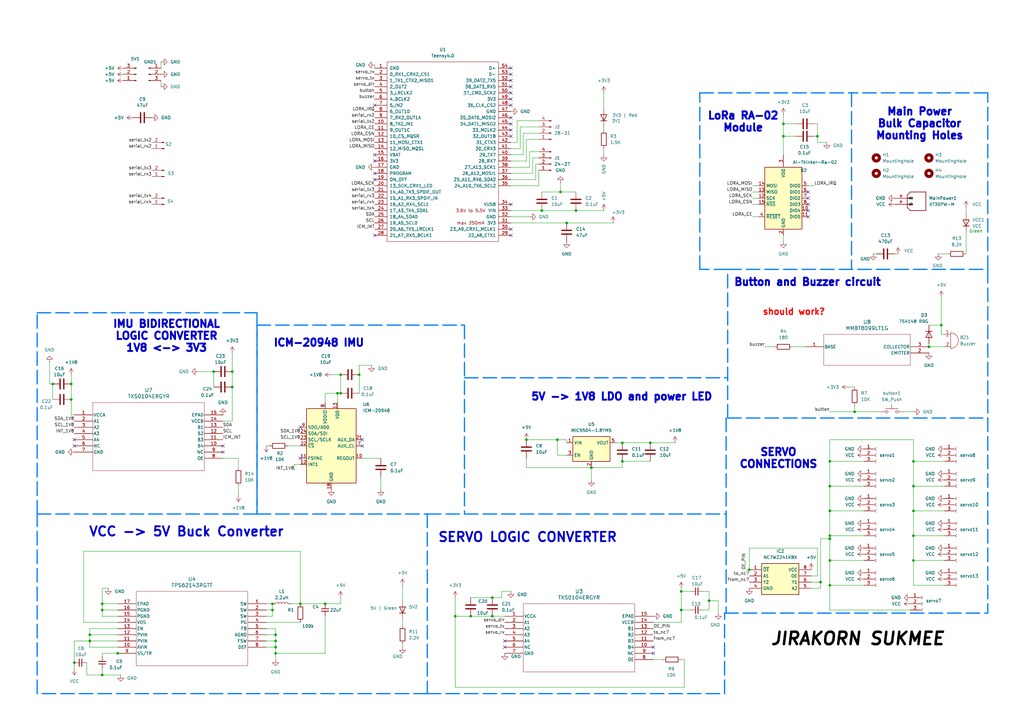
<source format=kicad_sch>
(kicad_sch (version 20250114) (generator "eeschema") (generator_version "9.0")
  (paper "A3")
  (title_block (title "Teensy 4.0 Serial Servo Controller") (date "2025-01-12") (rev "V0.2"))
  (lib_symbols
    (symbol "2024-12-27_07-41-50:TPS62143RGTT" (pin_names (offset 0.254))
      (property "Reference" "U" (at 30.48 10.16 0))
      (property "Value" "TPS62143RGTT" (at 30.48 7.62 0))
      (symbol "TPS62143RGTT_0_1"
        (pin output line (at 0 0 0) (length 7.62) (name "SW") (number "1"))
        (pin output line (at 0 -2.54 0) (length 7.62) (name "SW") (number "2"))
        (pin output line (at 0 -5.08 0) (length 7.62) (name "SW") (number "3"))
        (pin output line (at 0 -7.62 0) (length 7.62) (name "PG") (number "4"))
        (pin input line (at 0 -10.16 0) (length 7.62) (name "FB") (number "5"))
        (pin power_in line (at 0 -12.7 0) (length 7.62) (name "AGND") (number "6"))
        (pin input line (at 0 -15.24 0) (length 7.62) (name "FSW") (number "7"))
        (pin input line (at 0 -17.78 0) (length 7.62) (name "DEF") (number "8"))
        (pin unspecified line (at 60.96 0 180) (length 7.62) (name "EPAD") (number "17"))
        (pin power_in line (at 60.96 -2.54 180) (length 7.62) (name "PGND") (number "16"))
        (pin power_in line (at 60.96 -5.08 180) (length 7.62) (name "PGND") (number "15"))
        (pin input line (at 60.96 -7.62 180) (length 7.62) (name "VOS") (number "14"))
        (pin input line (at 60.96 -10.16 180) (length 7.62) (name "EN") (number "13"))
        (pin input line (at 60.96 -12.7 180) (length 7.62) (name "PVIN") (number "12"))
        (pin input line (at 60.96 -15.24 180) (length 7.62) (name "PVIN") (number "11"))
        (pin input line (at 60.96 -17.78 180) (length 7.62) (name "AVIN") (number "10"))
        (pin input line (at 60.96 -20.32 180) (length 7.62) (name "SS/TR") (number "9"))
      )
    )
    (symbol "Connector:Conn_01x02_Pin" (pin_names (offset 1.016) (hide yes))
      (property "Reference" "J" (at 0 2.54 0))
      (property "Value" "Conn_01x02_Pin" (at 0 -5.08 0))
      (symbol "Conn_01x02_Pin_1_1"
        (pin passive line (at 5.08 0 180) (length 3.81) (name "Pin_1") (number "1"))
        (pin passive line (at 5.08 -2.54 180) (length 3.81) (name "Pin_2") (number "2"))
      )
    )
    (symbol "Connector:Conn_01x03_Pin" (pin_names (offset 1.016) (hide yes))
      (property "Reference" "J" (at 0 5.08 0))
      (property "Value" "Conn_01x03_Pin" (at 0 -5.08 0))
      (symbol "Conn_01x03_Pin_1_1"
        (pin passive line (at 5.08 2.54 180) (length 3.81) (name "Pin_1") (number "1"))
        (pin passive line (at 5.08 0 180) (length 3.81) (name "Pin_2") (number "2"))
        (pin passive line (at 5.08 -2.54 180) (length 3.81) (name "Pin_3") (number "3"))
      )
    )
    (symbol "Connector:Conn_01x03_Socket" (pin_names (offset 1.016) (hide yes))
      (property "Reference" "J" (at 0 5.08 0))
      (property "Value" "Conn_01x03_Socket" (at 0 -5.08 0))
      (symbol "Conn_01x03_Socket_1_1"
        (pin passive line (at -5.08 2.54 0) (length 3.81) (name "Pin_1") (number "1"))
        (pin passive line (at -5.08 0 0) (length 3.81) (name "Pin_2") (number "2"))
        (pin passive line (at -5.08 -2.54 0) (length 3.81) (name "Pin_3") (number "3"))
      )
    )
    (symbol "Connector:Conn_01x04_Pin" (pin_names (offset 1.016) (hide yes))
      (property "Reference" "J" (at 0 5.08 0))
      (property "Value" "Conn_01x04_Pin" (at 0 -7.62 0))
      (symbol "Conn_01x04_Pin_1_1"
        (pin passive line (at 5.08 2.54 180) (length 3.81) (name "Pin_1") (number "1"))
        (pin passive line (at 5.08 0 180) (length 3.81) (name "Pin_2") (number "2"))
        (pin passive line (at 5.08 -2.54 180) (length 3.81) (name "Pin_3") (number "3"))
        (pin passive line (at 5.08 -5.08 180) (length 3.81) (name "Pin_4") (number "4"))
      )
    )
    (symbol "Device:Buzzer" (pin_names (offset 0.0254) (hide yes))
      (property "Reference" "BZ" (at 3.81 1.27 0))
      (property "Value" "Buzzer" (at 3.81 -1.27 0))
      (symbol "Buzzer_1_1"
        (pin passive line (at -2.54 2.54 0) (length 2.54) (name "+") (number "1"))
        (pin passive line (at -2.54 -2.54 0) (length 2.54) (name "-") (number "2"))
      )
    )
    (symbol "Device:C" (pin_numbers (hide yes)) (pin_names (offset 0.254))
      (property "Reference" "C" (at 0.635 2.54 0))
      (property "Value" "C" (at 0.635 -2.54 0))
      (symbol "C_1_1"
        (pin passive line (at 0 3.81 270) (length 2.794) (name "~") (number "1"))
        (pin passive line (at 0 -3.81 90) (length 2.794) (name "~") (number "2"))
      )
    )
    (symbol "Device:C_Small" (pin_numbers (hide yes)) (pin_names (offset 0.254) (hide yes))
      (property "Reference" "C" (at 0.254 1.778 0))
      (property "Value" "C_Small" (at 0.254 -2.032 0))
      (symbol "C_Small_1_1"
        (pin passive line (at 0 2.54 270) (length 2.032) (name "~") (number "1"))
        (pin passive line (at 0 -2.54 90) (length 2.032) (name "~") (number "2"))
      )
    )
    (symbol "Device:D" (pin_numbers (hide yes)) (pin_names (offset 1.016) (hide yes))
      (property "Reference" "D" (at 0 2.54 0))
      (property "Value" "D" (at 0 -2.54 0))
      (symbol "D_1_1"
        (pin passive line (at -3.81 0 0) (length 2.54) (name "K") (number "1"))
        (pin passive line (at 3.81 0 180) (length 2.54) (name "A") (number "2"))
      )
    )
    (symbol "Device:L" (pin_numbers (hide yes)) (pin_names (offset 1.016) (hide yes))
      (property "Reference" "L" (at -1.27 0 90))
      (property "Value" "L" (at 1.905 0 90))
      (symbol "L_1_1"
        (pin passive line (at 0 3.81 270) (length 1.27) (name "1") (number "1"))
        (pin passive line (at 0 -3.81 90) (length 1.27) (name "2") (number "2"))
      )
    )
    (symbol "Device:R" (pin_numbers (hide yes)) (pin_names (offset 0))
      (property "Reference" "R" (at 2.032 0 90))
      (property "Value" "R" (at 0 0 90))
      (symbol "R_1_1"
        (pin passive line (at 0 3.81 270) (length 1.27) (name "~") (number "1"))
        (pin passive line (at 0 -3.81 90) (length 1.27) (name "~") (number "2"))
      )
    )
    (symbol "MMBT8099LT1G:MMBT8099LT1G" (pin_names (offset 0.254))
      (property "Reference" "U" (at 25.4 10.16 0))
      (property "Value" "MMBT8099LT1G" (at 25.4 7.62 0))
      (symbol "MMBT8099LT1G_0_1"
        (pin unspecified line (at 0 0 0) (length 7.62) (name "BASE") (number "1"))
        (pin unspecified line (at 50.8 0 180) (length 7.62) (name "COLLECTOR") (number "3"))
        (pin unspecified line (at 50.8 -2.54 180) (length 7.62) (name "EMITTER") (number "2"))
      )
    )
    (symbol "Mechanical:MountingHole" (pin_names (offset 1.016)) (exclude_from_sim yes) (in_bom no)
      (property "Reference" "H" (at 0 5.08 0))
      (property "Value" "MountingHole" (at 0 3.175 0))
    )
    (symbol "NC7WZ241K8X:NC7WZ241K8X"
      (property "Reference" "IC" (at 21.59 7.62 0))
      (property "Value" "NC7WZ241K8X" (at 21.59 5.08 0))
      (symbol "NC7WZ241K8X_1_1"
        (pin passive line (at 0 0 0) (length 5.08) (name "~{OE}") (number "1"))
        (pin passive line (at 0 -2.54 0) (length 5.08) (name "A1") (number "2"))
        (pin passive line (at 0 -5.08 0) (length 5.08) (name "Y2") (number "3"))
        (pin passive line (at 0 -7.62 0) (length 5.08) (name "GND") (number "4"))
        (pin passive line (at 25.4 0 180) (length 5.08) (name "VCC") (number "8"))
        (pin passive line (at 25.4 -2.54 180) (length 5.08) (name "OE") (number "7"))
        (pin passive line (at 25.4 -5.08 180) (length 5.08) (name "Y1") (number "6"))
        (pin passive line (at 25.4 -7.62 180) (length 5.08) (name "A2") (number "5"))
      )
    )
    (symbol "RF_Module:Ai-Thinker-Ra-02"
      (property "Reference" "U" (at 2.54 19.05 0))
      (property "Value" "Ai-Thinker-Ra-02" (at 13.97 -15.24 0))
      (symbol "Ai-Thinker-Ra-02_1_1"
        (pin input line (at -10.16 5.08 0) (length 2.54) (name "MOSI") (number "14"))
        (pin output line (at -10.16 2.54 0) (length 2.54) (name "MISO") (number "13"))
        (pin input line (at -10.16 0 0) (length 2.54) (name "SCK") (number "12"))
        (pin input line (at -10.16 -2.54 0) (length 2.54) (name "~{NSS}") (number "15"))
        (pin input line (at -10.16 -7.62 0) (length 2.54) (name "~{RESET}") (number "4"))
        (pin power_in line (at 0 17.78 270) (length 5.08) (name "VDD") (number "3"))
        (pin passive line (at 0 -15.24 90) (length 2.54) (hide yes) (name "GND") (number "1"))
        (pin passive line (at 0 -15.24 90) (length 2.54) (hide yes) (name "GND") (number "16"))
        (pin power_in line (at 0 -15.24 90) (length 2.54) (name "GND") (number "2"))
        (pin passive line (at 0 -15.24 90) (length 2.54) (hide yes) (name "GND") (number "9"))
        (pin bidirectional line (at 10.16 5.08 180) (length 2.54) (name "DIO0") (number "5"))
        (pin bidirectional line (at 10.16 2.54 180) (length 2.54) (name "DIO1") (number "6"))
        (pin bidirectional line (at 10.16 0 180) (length 2.54) (name "DIO2") (number "7"))
        (pin bidirectional line (at 10.16 -2.54 180) (length 2.54) (name "DIO3") (number "8"))
        (pin bidirectional line (at 10.16 -5.08 180) (length 2.54) (name "DIO4") (number "10"))
        (pin bidirectional line (at 10.16 -7.62 180) (length 2.54) (name "DIO5") (number "11"))
      )
    )
    (symbol "Regulator_Linear:MIC5504-1.8YM5"
      (property "Reference" "U" (at -7.62 8.89 0))
      (property "Value" "MIC5504-1.8YM5" (at -7.62 6.35 0))
      (symbol "MIC5504-1.8YM5_1_1"
        (pin power_in line (at -10.16 2.54 0) (length 2.54) (name "VIN") (number "1"))
        (pin input line (at -10.16 -2.54 0) (length 2.54) (name "EN") (number "3"))
        (pin power_in line (at 0 -7.62 90) (length 2.54) (name "GND") (number "2"))
        (pin no_connect line (at 7.62 -2.54 180) (length 2.54) (hide yes) (name "NC") (number "4"))
        (pin power_out line (at 10.16 2.54 180) (length 2.54) (name "VOUT") (number "5"))
      )
    )
    (symbol "Sensor_Motion:ICM-20948"
      (property "Reference" "U" (at -11.43 16.51 0))
      (property "Value" "ICM-20948" (at 7.62 -16.51 0))
      (symbol "ICM-20948_1_1"
        (pin bidirectional line (at -12.7 7.62 0) (length 2.54) (name "SDO/AD0") (number "9"))
        (pin bidirectional line (at -12.7 5.08 0) (length 2.54) (name "SDA/SDI") (number "24"))
        (pin input line (at -12.7 2.54 0) (length 2.54) (name "SCL/SCLK") (number "23"))
        (pin input line (at -12.7 0 0) (length 2.54) (name "~{CS}") (number "22"))
        (pin input line (at -12.7 -5.08 0) (length 2.54) (name "FSYNC") (number "11"))
        (pin output line (at -12.7 -7.62 0) (length 2.54) (name "INT1") (number "12"))
        (pin no_connect line (at -10.16 12.7 0) (length 2.54) (hide yes) (name "NC") (number "1"))
        (pin no_connect line (at -10.16 10.16 0) (length 2.54) (hide yes) (name "NC") (number "2"))
        (pin no_connect line (at -10.16 -2.54 0) (length 2.54) (hide yes) (name "NC") (number "3"))
        (pin no_connect line (at -10.16 -10.16 0) (length 2.54) (hide yes) (name "NC") (number "4"))
        (pin no_connect line (at -10.16 -12.7 0) (length 2.54) (hide yes) (name "NC") (number "5"))
        (pin power_in line (at -2.54 17.78 270) (length 2.54) (name "VDDIO") (number "8"))
        (pin power_in line (at 0 -17.78 90) (length 2.54) (name "GND") (number "18"))
        (pin passive line (at 0 -17.78 90) (length 2.54) (hide yes) (name "GND") (number "20"))
        (pin power_in line (at 2.54 17.78 270) (length 2.54) (name "VDD") (number "13"))
        (pin no_connect line (at 10.16 10.16 180) (length 2.54) (hide yes) (name "NC") (number "6"))
        (pin no_connect line (at 10.16 7.62 180) (length 2.54) (hide yes) (name "NC") (number "14"))
        (pin no_connect line (at 10.16 5.08 180) (length 2.54) (hide yes) (name "NC") (number "15"))
        (pin no_connect line (at 10.16 -7.62 180) (length 2.54) (hide yes) (name "NC") (number "16"))
        (pin no_connect line (at 10.16 -10.16 180) (length 2.54) (hide yes) (name "NC") (number "17"))
        (pin no_connect line (at 10.16 -12.7 180) (length 2.54) (hide yes) (name "RESV") (number "19"))
        (pin bidirectional line (at 12.7 2.54 180) (length 2.54) (name "AUX_DA") (number "21"))
        (pin output line (at 12.7 0 180) (length 2.54) (name "AUX_CL") (number "7"))
        (pin passive line (at 12.7 -5.08 180) (length 2.54) (name "REGOUT") (number "10"))
      )
    )
    (symbol "Switch:SW_Push" (pin_numbers (hide yes)) (pin_names (offset 1.016) (hide yes))
      (property "Reference" "SW" (at 1.27 2.54 0))
      (property "Value" "SW_Push" (at 0 -1.524 0))
      (symbol "SW_Push_0_1"
        (pin passive line (at -5.08 0 0) (length 2.54) (name "1") (number "1"))
        (pin passive line (at 5.08 0 180) (length 2.54) (name "2") (number "2"))
      )
    )
    (symbol "TXS0104ERGYR:TXS0104ERGYR" (pin_names (offset 0.254))
      (property "Reference" "U" (at 30.48 10.16 0))
      (property "Value" "TXS0104ERGYR" (at 30.48 7.62 0))
      (symbol "TXS0104ERGYR_0_1"
        (pin power_in line (at 0 0 0) (length 7.62) (name "VCCA") (number "1"))
        (pin bidirectional line (at 0 -2.54 0) (length 7.62) (name "A1") (number "2"))
        (pin bidirectional line (at 0 -5.08 0) (length 7.62) (name "A2") (number "3"))
        (pin bidirectional line (at 0 -7.62 0) (length 7.62) (name "A3") (number "4"))
        (pin bidirectional line (at 0 -10.16 0) (length 7.62) (name "A4") (number "5"))
        (pin unspecified line (at 0 -12.7 0) (length 7.62) (name "NC") (number "6"))
        (pin power_in line (at 0 -15.24 0) (length 7.62) (name "GND") (number "7"))
        (pin unspecified line (at 60.96 0 180) (length 7.62) (name "EPAD") (number "15"))
        (pin power_in line (at 60.96 -2.54 180) (length 7.62) (name "VCCB") (number "14"))
        (pin bidirectional line (at 60.96 -5.08 180) (length 7.62) (name "B1") (number "13"))
        (pin bidirectional line (at 60.96 -7.62 180) (length 7.62) (name "B2") (number "12"))
        (pin bidirectional line (at 60.96 -10.16 180) (length 7.62) (name "B3") (number "11"))
        (pin bidirectional line (at 60.96 -12.7 180) (length 7.62) (name "B4") (number "10"))
        (pin unspecified line (at 60.96 -15.24 180) (length 7.62) (name "NC") (number "9"))
        (pin output line (at 60.96 -17.78 180) (length 7.62) (name "OE") (number "8"))
      )
    )
    (symbol "XT30PW-M:XT30PW-M" (pin_names (offset 1.016))
      (property "Reference" "J" (at -7.62 3.302 0))
      (property "Value" "XT30PW-M" (at -7.62 -7.62 0))
      (symbol "XT30PW-M_0_0"
        (pin power_in line (at 5.08 0 180) (length 5.08) (name "P") (number "P"))
        (pin power_in line (at 5.08 -2.54 180) (length 5.08) (name "N") (number "N"))
      )
    )
    (symbol "power:+1V8" (power) (pin_numbers (hide yes)) (pin_names (offset 0) (hide yes))
      (property "Value" "+1V8" (at 0 3.556 0))
      (symbol "+1V8_1_1"
        (pin power_in line (at 0 0 90) (length 0) (name "~") (number "1"))
      )
    )
    (symbol "power:+3V3" (power) (pin_numbers (hide yes)) (pin_names (offset 0) (hide yes))
      (property "Value" "+3V3" (at 0 3.556 0))
      (symbol "+3V3_1_1"
        (pin power_in line (at 0 0 90) (length 0) (name "~") (number "1"))
      )
    )
    (symbol "power:+5V" (power) (pin_numbers (hide yes)) (pin_names (offset 0) (hide yes))
      (property "Value" "+5V" (at 0 3.556 0))
      (symbol "+5V_1_1"
        (pin power_in line (at 0 0 90) (length 0) (name "~") (number "1"))
      )
    )
    (symbol "power:GND" (power) (pin_numbers (hide yes)) (pin_names (offset 0) (hide yes))
      (property "Value" "GND" (at 0 -3.81 0))
      (symbol "GND_1_1"
        (pin power_in line (at 0 0 270) (length 0) (name "~") (number "1"))
      )
    )
    (symbol "power:VCC" (power) (pin_numbers (hide yes)) (pin_names (offset 0) (hide yes))
      (property "Value" "VCC" (at 0 3.556 0))
      (symbol "VCC_1_1"
        (pin power_in line (at 0 0 90) (length 0) (name "~") (number "1"))
      )
    )
    (symbol "teensy:Teensy4.0" (pin_names (offset 1.016))
      (property "Reference" "U" (at 0 39.37 0))
      (property "Value" "Teensy4.0" (at 0 -39.37 0))
      (symbol "Teensy4.0_0_0"
        (text "3.6V to 5.5V" (at 11.43 -24.13 0) (effects (font (size 1.27 1.27))))
        (text "max 250mA" (at 11.43 -29.21 0) (effects (font (size 1.27 1.27))))
        (pin bidirectional line (at -27.94 24.13 0) (length 5.08) (name "3_LRCLK2") (number "5"))
        (pin bidirectional line (at -27.94 21.59 0) (length 5.08) (name "4_BCLK2") (number "6"))
        (pin bidirectional line (at -27.94 19.05 0) (length 5.08) (name "5_IN2") (number "7"))
        (pin bidirectional line (at -27.94 16.51 0) (length 5.08) (name "6_OUT1D") (number "8"))
        (pin bidirectional line (at -27.94 13.97 0) (length 5.08) (name "7_RX2_OUT1A") (number "9"))
        (pin bidirectional line (at -27.94 11.43 0) (length 5.08) (name "8_TX2_IN1") (number "10"))
        (pin bidirectional line (at -27.94 8.89 0) (length 5.08) (name "9_OUT1C") (number "11"))
        (pin bidirectional line (at -27.94 6.35 0) (length 5.08) (name "10_CS_MQSR") (number "12"))
        (pin bidirectional line (at -27.94 3.81 0) (length 5.08) (name "11_MOSI_CTX1") (number "13"))
        (pin bidirectional line (at -27.94 1.27 0) (length 5.08) (name "12_MISO_MQSL") (number "14"))
        (pin power_in line (at -27.94 -1.27 0) (length 5.08) (name "VBAT") (number "15"))
        (pin power_in line (at -27.94 -3.81 0) (length 5.08) (name "3V3") (number "16"))
        (pin power_in line (at -27.94 -6.35 0) (length 5.08) (name "GND") (number "17"))
        (pin input line (at -27.94 -8.89 0) (length 5.08) (name "PROGRAM") (number "18"))
        (pin input line (at -27.94 -11.43 0) (length 5.08) (name "ON_OFF") (number "19"))
        (pin bidirectional line (at -27.94 -13.97 0) (length 5.08) (name "13_SCK_CRX1_LED") (number "20"))
        (pin bidirectional line (at -27.94 -16.51 0) (length 5.08) (name "14_A0_TX3_SPDIF_OUT") (number "21"))
        (pin bidirectional line (at -27.94 -19.05 0) (length 5.08) (name "15_A1_RX3_SPDIF_IN") (number "22"))
        (pin bidirectional line (at -27.94 -21.59 0) (length 5.08) (name "16_A2_RX4_SCL1") (number "23"))
        (pin bidirectional line (at -27.94 -24.13 0) (length 5.08) (name "17_A3_TX4_SDA1") (number "24"))
        (pin bidirectional line (at -27.94 -26.67 0) (length 5.08) (name "18_A4_SDA0") (number "25"))
        (pin bidirectional line (at -27.94 -29.21 0) (length 5.08) (name "19_A5_SCL0") (number "26"))
        (pin bidirectional line (at -27.94 -31.75 0) (length 5.08) (name "20_A6_TX5_LRCLK1") (number "27"))
        (pin bidirectional line (at -27.94 -34.29 0) (length 5.08) (name "21_A7_RX5_BCLK1") (number "28"))
        (pin bidirectional line (at 27.94 34.29 180) (length 5.08) (name "D+") (number "54"))
        (pin bidirectional line (at 27.94 31.75 180) (length 5.08) (name "D-") (number "53"))
        (pin bidirectional line (at 27.94 29.21 180) (length 5.08) (name "39_DAT2_TX5") (number "52"))
        (pin bidirectional line (at 27.94 26.67 180) (length 5.08) (name "38_DAT3_RX5") (number "51"))
        (pin bidirectional line (at 27.94 24.13 180) (length 5.08) (name "37_CMD_SCK2") (number "50"))
        (pin power_out line (at 27.94 21.59 180) (length 5.08) (name "3V3") (number "49"))
        (pin bidirectional line (at 27.94 19.05 180) (length 5.08) (name "36_CLK_CS2") (number "48"))
        (pin power_out line (at 27.94 16.51 180) (length 5.08) (name "GND") (number "47"))
        (pin bidirectional line (at 27.94 13.97 180) (length 5.08) (name "35_DAT0_MOSI2") (number "46"))
        (pin bidirectional line (at 27.94 11.43 180) (length 5.08) (name "34_DAT1_MISO2") (number "45"))
        (pin bidirectional line (at 27.94 8.89 180) (length 5.08) (name "33_MCLK2") (number "44"))
        (pin bidirectional line (at 27.94 6.35 180) (length 5.08) (name "32_OUT1B") (number "43"))
        (pin bidirectional line (at 27.94 3.81 180) (length 5.08) (name "31_CTX3") (number "42"))
        (pin bidirectional line (at 27.94 1.27 180) (length 5.08) (name "30_CRX3") (number "41"))
        (pin bidirectional line (at 27.94 -1.27 180) (length 5.08) (name "29_TX7") (number "40"))
        (pin bidirectional line (at 27.94 -3.81 180) (length 5.08) (name "28_RX7") (number "39"))
        (pin bidirectional line (at 27.94 -6.35 180) (length 5.08) (name "27_A13_SCK1") (number "38"))
        (pin bidirectional line (at 27.94 -8.89 180) (length 5.08) (name "26_A12_MOSI1") (number "37"))
        (pin bidirectional line (at 27.94 -11.43 180) (length 5.08) (name "25_A11_RX6_SDA2") (number "36"))
        (pin bidirectional line (at 27.94 -13.97 180) (length 5.08) (name "24_A10_TX6_SCL2") (number "35"))
        (pin power_out line (at 27.94 -21.59 180) (length 5.08) (name "VUSB") (number "34"))
        (pin power_in line (at 27.94 -24.13 180) (length 5.08) (name "VIN") (number "33"))
        (pin power_in line (at 27.94 -26.67 180) (length 5.08) (name "GND") (number "32"))
        (pin power_out line (at 27.94 -29.21 180) (length 5.08) (name "3V3") (number "31"))
        (pin bidirectional line (at 27.94 -31.75 180) (length 5.08) (name "23_A9_CRX1_MCLK1") (number "30"))
        (pin bidirectional line (at 27.94 -34.29 180) (length 5.08) (name "22_A8_CTX1") (number "29"))
      )
      (symbol "Teensy4.0_1_1"
        (pin power_in line (at -27.94 34.29 0) (length 5.08) (name "GND") (number "1"))
        (pin bidirectional line (at -27.94 31.75 0) (length 5.08) (name "0_RX1_CRX2_CS1") (number "2"))
        (pin bidirectional line (at -27.94 29.21 0) (length 5.08) (name "1_TX1_CTX2_MISO1") (number "3"))
        (pin bidirectional line (at -27.94 26.67 0) (length 5.08) (name "2_OUT2") (number "4"))
      )
    )
  )
  (text "VCC -> 5V Buck Converter" (at 76.454 218.186 0) (effects (font (size 3.81 3.81) (thickness 0.762) (bold yes))))
  (text "JIRAKORN SUKMEE" (at 351.79 262.128 0) (effects (font (size 5.08 5.08) (thickness 1.016) (bold yes) (italic yes))))
  (text "IMU BIDIRECTIONAL\nLOGIC CONVERTER\n1V8 <-> 3V3" (at 68.326 137.922 0) (effects (font (size 3.048 3.048) (thickness 0.762) (bold yes))))
  (text "Button and Buzzer circuit" (at 331.216 115.824 0) (effects (font (size 3.048 3.048) (thickness 0.762) (bold yes))))
  (text "LoRa RA-02\nModule\n" (at 304.8 50.038 0) (effects (font (size 3.048 3.048) (thickness 0.762) (bold yes))))
  (text "Main Power\nBulk Capacitor\nMounting Holes" (at 377.19 50.8 0) (effects (font (size 3.048 3.048) (thickness 0.762) (bold yes))))
  (text "should work?" (at 325.628 128.016 0) (effects (font (size 2.54 2.54) (thickness 0.508) (bold yes))))
  (text "Green\n" (at 400.304 94.996 0) (effects (font (size 1.27 1.27))))
  (text "SERVO\nCONNECTIONS\n\n" (at 319.278 190.5 0) (effects (font (size 3.048 3.048) (thickness 0.762) (bold yes))))
  (text "ICM-20948 IMU\n" (at 130.81 140.716 0) (effects (font (size 3.048 3.048) (thickness 0.762) (bold yes))))
  (text "5V -> 1V8 LDO and power LED\n" (at 255.016 162.814 0) (effects (font (size 3.048 3.048) (thickness 0.762) (bold yes))))
  (text "SERVO LOGIC CONVERTER\n" (at 216.408 220.472 0) (effects (font (size 3.81 3.81) (thickness 0.762) (bold yes))))
  (junction (at 87.63 152.4))
  (junction (at 321.31 55.88))
  (junction (at 138.43 161.29))
  (junction (at 340.36 229.87))
  (junction (at 139.7 153.67))
  (junction (at 232.41 91.44))
  (junction (at 335.28 55.88))
  (junction (at 41.91 250.19))
  (junction (at 255.27 189.23))
  (junction (at 381 142.24))
  (junction (at 215.9 180.34))
  (junction (at 222.25 86.36))
  (junction (at 374.65 209.55))
  (junction (at 113.03 262.89))
  (junction (at 21.59 157.48))
  (junction (at 201.93 245.11))
  (junction (at 255.27 181.61))
  (junction (at 307.34 233.68))
  (junction (at 36.83 262.89))
  (junction (at 350.52 168.91))
  (junction (at 229.87 78.74))
  (junction (at 279.4 242.57))
  (junction (at 340.36 189.23))
  (junction (at 30.48 271.78))
  (junction (at 113.03 265.43))
  (junction (at 290.83 246.38))
  (junction (at 193.04 252.73))
  (junction (at 374.65 199.39))
  (junction (at 147.32 153.67))
  (junction (at 48.26 267.97))
  (junction (at 95.25 158.75))
  (junction (at 36.83 260.35))
  (junction (at 123.19 247.65))
  (junction (at 95.25 152.4))
  (junction (at 29.21 157.48))
  (junction (at 374.65 219.71))
  (junction (at 374.65 189.23))
  (junction (at 266.7 181.61))
  (junction (at 111.76 250.19))
  (junction (at 321.31 50.8))
  (junction (at 374.65 229.87))
  (junction (at 236.22 86.36))
  (junction (at 336.55 238.76))
  (junction (at 386.08 133.35))
  (junction (at 41.91 247.65))
  (junction (at 29.21 163.83))
  (junction (at 279.4 250.19))
  (junction (at 113.03 260.35))
  (junction (at 228.6 180.34))
  (junction (at 186.69 252.73))
  (junction (at 340.36 209.55))
  (junction (at 340.36 199.39))
  (junction (at 340.36 240.03))
  (junction (at 340.36 220.98))
  (junction (at 133.35 247.65))
  (junction (at 41.91 276.86))
  (junction (at 111.76 247.65))
  (junction (at 340.36 219.71))
  (junction (at 201.93 252.73))
  (junction (at 139.7 161.29))
  (junction (at 242.57 191.77))
  (junction (at 113.03 267.97))
  (no_connect (at 209.55 55.88))
  (no_connect (at 148.59 180.34))
  (no_connect (at 30.48 182.88))
  (no_connect (at 153.67 43.18))
  (no_connect (at 331.47 78.74))
  (no_connect (at 267.97 265.43))
  (no_connect (at 153.67 96.52))
  (no_connect (at 209.55 35.56))
  (no_connect (at 209.55 43.18))
  (no_connect (at 209.55 38.1))
  (no_connect (at 331.47 86.36))
  (no_connect (at 123.19 175.26))
  (no_connect (at 209.55 53.34))
  (no_connect (at 331.47 83.82))
  (no_connect (at 207.01 265.43))
  (no_connect (at 209.55 93.98))
  (no_connect (at 148.59 182.88))
  (no_connect (at 209.55 96.52))
  (no_connect (at 209.55 33.02))
  (no_connect (at 209.55 27.94))
  (no_connect (at 331.47 81.28))
  (no_connect (at 267.97 267.97))
  (no_connect (at 123.19 187.96))
  (no_connect (at 153.67 63.5))
  (no_connect (at 209.55 83.82))
  (no_connect (at 209.55 50.8))
  (no_connect (at 209.55 40.64))
  (no_connect (at 30.48 180.34))
  (no_connect (at 153.67 73.66))
  (no_connect (at 91.44 182.88))
  (no_connect (at 91.44 185.42))
  (no_connect (at 209.55 30.48))
  (no_connect (at 153.67 66.04))
  (no_connect (at 207.01 262.89))
  (no_connect (at 331.47 88.9))
  (no_connect (at 209.55 48.26))
  (no_connect (at 153.67 71.12))
  (wire (pts (xy 332.74 238.76) (xy 336.55 238.76)))
  (wire (pts (xy 111.76 250.19) (xy 109.22 250.19)))
  (polyline (pts (xy 298.45 110.49) (xy 405.13 110.49)) (stroke (width 0.508) (type dash) (color 0 125 255 1)))
  (wire (pts (xy 334.01 50.8) (xy 335.28 50.8)))
  (wire (pts (xy 66.04 25.4) (xy 66.04 27.94)))
  (wire (pts (xy 332.74 236.22) (xy 335.28 236.22)))
  (wire (pts (xy 374.65 189.23) (xy 374.65 199.39)))
  (wire (pts (xy 308.61 81.28) (xy 311.15 81.28)))
  (wire (pts (xy 374.65 189.23) (xy 387.35 189.23)))
  (wire (pts (xy 290.83 246.38) (xy 290.83 250.19)))
  (wire (pts (xy 123.19 226.06) (xy 123.19 247.65)))
  (wire (pts (xy 209.55 73.66) (xy 219.71 73.66)))
  (wire (pts (xy 381 133.35) (xy 386.08 133.35)))
  (wire (pts (xy 219.71 73.66) (xy 219.71 67.31)))
  (polyline (pts (xy 298.45 110.49) (xy 287.02 110.49)) (stroke (width 0.508) (type dash) (color 0 125 255 1)))
  (wire (pts (xy 111.76 250.19) (xy 111.76 252.73)))
  (wire (pts (xy 186.69 252.73) (xy 186.69 281.94)))
  (bus (pts (xy 190.5 133.35) (xy 190.5 210.82)) (stroke (width 0.508) (type dash) (color 0 125 255 1)))
  (wire (pts (xy 165.1 256.54) (xy 165.1 254)))
  (polyline (pts (xy 175.26 284.48) (xy 297.18 284.48)) (stroke (width 0.508) (type dash) (color 0 125 255 1)))
  (wire (pts (xy 30.48 271.78) (xy 30.48 274.32)))
  (wire (pts (xy 29.21 153.67) (xy 29.21 157.48)))
  (wire (pts (xy 214.63 54.61) (xy 220.98 54.61)))
  (wire (pts (xy 201.93 252.73) (xy 193.04 252.73)))
  (wire (pts (xy 41.91 267.97) (xy 41.91 269.24)))
  (wire (pts (xy 165.1 265.43) (xy 165.1 264.16)))
  (polyline (pts (xy 15.24 128.27) (xy 92.71 128.27)) (stroke (width 0.508) (type dash) (color 0 125 255 1)))
  (wire (pts (xy 340.36 240.03) (xy 340.36 250.19)))
  (wire (pts (xy 335.28 224.79) (xy 335.28 236.22)))
  (wire (pts (xy 384.81 104.14) (xy 388.62 104.14)))
  (wire (pts (xy 165.1 240.03) (xy 165.1 246.38)))
  (wire (pts (xy 81.28 152.4) (xy 87.63 152.4)))
  (wire (pts (xy 340.36 180.34) (xy 340.36 189.23)))
  (wire (pts (xy 266.7 181.61) (xy 276.86 181.61)))
  (wire (pts (xy 109.22 257.81) (xy 113.03 257.81)))
  (wire (pts (xy 340.36 168.91) (xy 350.52 168.91)))
  (polyline (pts (xy 175.26 210.82) (xy 297.815 210.82)) (stroke (width 0.508) (type dash) (color 0 125 255 1)))
  (wire (pts (xy 66.04 35.56) (xy 66.04 33.02)))
  (wire (pts (xy 133.35 247.65) (xy 123.19 247.65)))
  (wire (pts (xy 30.48 170.18) (xy 29.21 170.18)))
  (wire (pts (xy 41.91 276.86) (xy 41.91 274.32)))
  (wire (pts (xy 215.9 57.15) (xy 220.98 57.15)))
  (wire (pts (xy 370.84 168.91) (xy 374.65 168.91)))
  (wire (pts (xy 147.32 153.67) (xy 147.32 149.86)))
  (wire (pts (xy 36.83 257.81) (xy 36.83 260.35)))
  (wire (pts (xy 29.21 157.48) (xy 29.21 163.83)))
  (wire (pts (xy 186.69 281.94) (xy 280.67 281.94)))
  (wire (pts (xy 308.61 78.74) (xy 311.15 78.74)))
  (wire (pts (xy 111.76 247.65) (xy 111.76 250.19)))
  (wire (pts (xy 229.87 78.74) (xy 236.22 78.74)))
  (wire (pts (xy 215.9 66.04) (xy 215.9 57.15)))
  (wire (pts (xy 307.34 233.68) (xy 307.34 224.79)))
  (wire (pts (xy 209.55 58.42) (xy 212.09 58.42)))
  (wire (pts (xy 321.31 50.8) (xy 321.31 55.88)))
  (wire (pts (xy 336.55 238.76) (xy 336.55 241.3)))
  (wire (pts (xy 279.4 250.19) (xy 279.4 255.27)))
  (bus (pts (xy 105.41 133.35) (xy 105.41 210.82)) (stroke (width 0.508) (type dash) (color 0 125 255 1)))
  (wire (pts (xy 374.65 180.34) (xy 374.65 189.23)))
  (wire (pts (xy 41.91 241.3) (xy 44.45 241.3)))
  (wire (pts (xy 331.47 76.2) (xy 334.01 76.2)))
  (wire (pts (xy 374.65 229.87) (xy 387.35 229.87)))
  (wire (pts (xy 229.87 74.93) (xy 229.87 78.74)))
  (wire (pts (xy 209.55 63.5) (xy 214.63 63.5)))
  (wire (pts (xy 283.21 250.19) (xy 279.4 250.19)))
  (wire (pts (xy 212.09 58.42) (xy 212.09 49.53)))
  (wire (pts (xy 209.55 86.36) (xy 222.25 86.36)))
  (wire (pts (xy 228.6 180.34) (xy 232.41 180.34)))
  (polyline (pts (xy 15.24 210.82) (xy 92.71 210.82)) (stroke (width 0.508) (type dash) (color 0 125 255 1)))
  (wire (pts (xy 48.26 260.35) (xy 36.83 260.35)))
  (polyline (pts (xy 405.13 171.45) (xy 405.13 251.46)) (stroke (width 0.508) (type dash) (color 0 125 255 1)))
  (wire (pts (xy 118.11 182.88) (xy 123.19 182.88)))
  (wire (pts (xy 111.76 247.65) (xy 109.22 247.65)))
  (wire (pts (xy 20.32 157.48) (xy 21.59 157.48)))
  (wire (pts (xy 35.56 276.86) (xy 41.91 276.86)))
  (wire (pts (xy 215.9 191.77) (xy 242.57 191.77)))
  (polyline (pts (xy 405.13 110.49) (xy 405.13 38.1)) (stroke (width 0.508) (type dash) (color 0 125 255 1)))
  (wire (pts (xy 218.44 64.77) (xy 220.98 64.77)))
  (wire (pts (xy 232.41 180.34) (xy 232.41 181.61)))
  (wire (pts (xy 139.7 153.67) (xy 139.7 161.29)))
  (wire (pts (xy 49.53 276.86) (xy 41.91 276.86)))
  (wire (pts (xy 236.22 86.36) (xy 247.65 86.36)))
  (polyline (pts (xy 190.5 154.94) (xy 298.45 154.94)) (stroke (width 0.508) (type dash) (color 0 125 255 1)))
  (wire (pts (xy 321.31 46.99) (xy 321.31 50.8)))
  (wire (pts (xy 113.03 260.35) (xy 113.03 262.89)))
  (wire (pts (xy 123.19 247.65) (xy 119.38 247.65)))
  (wire (pts (xy 48.26 247.65) (xy 41.91 247.65)))
  (wire (pts (xy 325.12 142.24) (xy 330.2 142.24)))
  (wire (pts (xy 308.61 83.82) (xy 311.15 83.82)))
  (wire (pts (xy 386.08 121.92) (xy 386.08 133.35)))
  (polyline (pts (xy 105.41 128.27) (xy 105.41 210.82)) (stroke (width 0.508) (type dash) (color 0 125 255 1)))
  (wire (pts (xy 358.14 104.14) (xy 359.41 104.14)))
  (wire (pts (xy 215.9 187.96) (xy 215.9 191.77)))
  (wire (pts (xy 95.25 172.72) (xy 91.44 172.72)))
  (wire (pts (xy 213.36 52.07) (xy 220.98 52.07)))
  (wire (pts (xy 232.41 91.44) (xy 209.55 91.44)))
  (wire (pts (xy 135.89 153.67) (xy 139.7 153.67)))
  (wire (pts (xy 279.4 242.57) (xy 283.21 242.57)))
  (polyline (pts (xy 405.13 110.49) (xy 405.13 171.45)) (stroke (width 0.508) (type dash) (color 0 125 255 1)))
  (wire (pts (xy 120.65 193.04) (xy 120.65 190.5)))
  (wire (pts (xy 113.03 265.43) (xy 113.03 267.97)))
  (wire (pts (xy 247.65 38.1) (xy 247.65 44.45)))
  (polyline (pts (xy 92.71 128.27) (xy 105.41 128.27)) (stroke (width 0.508) (type dash) (color 0 125 255 1)))
  (wire (pts (xy 209.55 66.04) (xy 215.9 66.04)))
  (wire (pts (xy 279.4 270.51) (xy 280.67 270.51)))
  (wire (pts (xy 374.65 209.55) (xy 387.35 209.55)))
  (wire (pts (xy 255.27 181.61) (xy 266.7 181.61)))
  (wire (pts (xy 335.28 55.88) (xy 335.28 58.42)))
  (wire (pts (xy 217.17 62.23) (xy 220.98 62.23)))
  (wire (pts (xy 30.48 262.89) (xy 36.83 262.89)))
  (wire (pts (xy 336.55 220.98) (xy 340.36 220.98)))
  (bus (pts (xy 105.41 133.35) (xy 190.5 133.35)) (stroke (width 0.508) (type dash) (color 0 125 255 1)))
  (wire (pts (xy 48.26 265.43) (xy 36.83 265.43)))
  (wire (pts (xy 340.36 220.98) (xy 340.36 229.87)))
  (wire (pts (xy 193.04 245.11) (xy 201.93 245.11)))
  (wire (pts (xy 109.22 265.43) (xy 113.03 265.43)))
  (wire (pts (xy 374.65 199.39) (xy 387.35 199.39)))
  (wire (pts (xy 290.83 250.19) (xy 288.29 250.19)))
  (wire (pts (xy 340.36 199.39) (xy 354.33 199.39)))
  (wire (pts (xy 209.55 88.9) (xy 217.17 88.9)))
  (wire (pts (xy 386.08 137.16) (xy 387.35 137.16)))
  (wire (pts (xy 340.36 209.55) (xy 340.36 219.71)))
  (wire (pts (xy 123.19 226.06) (xy 34.29 226.06)))
  (wire (pts (xy 95.25 144.78) (xy 95.25 152.4)))
  (wire (pts (xy 113.03 257.81) (xy 113.03 260.35)))
  (wire (pts (xy 215.9 180.34) (xy 228.6 180.34)))
  (wire (pts (xy 214.63 63.5) (xy 214.63 54.61)))
  (polyline (pts (xy 287.02 110.49) (xy 287.02 38.1)) (stroke (width 0.508) (type dash) (color 0 125 255 1)))
  (wire (pts (xy 111.76 252.73) (xy 109.22 252.73)))
  (wire (pts (xy 30.48 262.89) (xy 30.48 271.78)))
  (wire (pts (xy 34.29 255.27) (xy 34.29 226.06)))
  (wire (pts (xy 21.59 157.48) (xy 21.59 163.83)))
  (polyline (pts (xy 349.25 38.1) (xy 349.25 110.49)) (stroke (width 0.508) (type dash) (color 0 125 255 1)))
  (wire (pts (xy 48.26 262.89) (xy 36.83 262.89)))
  (wire (pts (xy 308.61 76.2) (xy 311.15 76.2)))
  (polyline (pts (xy 298.45 171.45) (xy 298.45 110.49)) (stroke (width 0.508) (type dash) (color 0 125 255 1)))
  (wire (pts (xy 213.36 60.96) (xy 213.36 52.07)))
  (wire (pts (xy 396.24 95.25) (xy 396.24 104.14)))
  (wire (pts (xy 252.73 181.61) (xy 255.27 181.61)))
  (wire (pts (xy 35.56 271.78) (xy 35.56 276.86)))
  (wire (pts (xy 139.7 247.65) (xy 133.35 247.65)))
  (wire (pts (xy 97.79 199.39) (xy 97.79 203.2)))
  (wire (pts (xy 205.74 242.57) (xy 205.74 245.11)))
  (wire (pts (xy 219.71 67.31) (xy 220.98 67.31)))
  (wire (pts (xy 288.29 242.57) (xy 290.83 242.57)))
  (wire (pts (xy 148.59 187.96) (xy 156.21 187.96)))
  (wire (pts (xy 113.03 267.97) (xy 113.03 270.51)))
  (wire (pts (xy 120.65 190.5) (xy 123.19 190.5)))
  (wire (pts (xy 113.03 262.89) (xy 113.03 265.43)))
  (wire (pts (xy 91.44 187.96) (xy 97.79 187.96)))
  (wire (pts (xy 139.7 245.11) (xy 139.7 247.65)))
  (wire (pts (xy 36.83 262.89) (xy 36.83 265.43)))
  (wire (pts (xy 294.64 251.46) (xy 294.64 246.38)))
  (wire (pts (xy 212.09 49.53) (xy 220.98 49.53)))
  (wire (pts (xy 95.25 158.75) (xy 95.25 172.72)))
  (wire (pts (xy 123.19 255.27) (xy 109.22 255.27)))
  (wire (pts (xy 41.91 267.97) (xy 48.26 267.97)))
  (wire (pts (xy 20.32 148.59) (xy 20.32 157.48)))
  (wire (pts (xy 340.36 180.34) (xy 374.65 180.34)))
  (polyline (pts (xy 175.26 210.82) (xy 175.26 284.48)) (stroke (width 0.508) (type dash) (color 0 125 255 1)))
  (wire (pts (xy 97.79 187.96) (xy 97.79 191.77)))
  (wire (pts (xy 247.65 53.34) (xy 247.65 52.07)))
  (wire (pts (xy 109.22 262.89) (xy 113.03 262.89)))
  (wire (pts (xy 209.55 71.12) (xy 218.44 71.12)))
  (wire (pts (xy 48.26 252.73) (xy 41.91 252.73)))
  (wire (pts (xy 36.83 260.35) (xy 36.83 262.89)))
  (wire (pts (xy 41.91 250.19) (xy 41.91 247.65)))
  (wire (pts (xy 222.25 86.36) (xy 236.22 86.36)))
  (polyline (pts (xy 15.24 284.48) (xy 15.24 210.82)) (stroke (width 0.508) (type dash) (color 0 125 255 1)))
  (wire (pts (xy 306.07 233.68) (xy 307.34 233.68)))
  (wire (pts (xy 381 142.24) (xy 387.35 142.24)))
  (wire (pts (xy 340.36 219.71) (xy 340.36 220.98)))
  (wire (pts (xy 48.26 257.81) (xy 36.83 257.81)))
  (wire (pts (xy 222.25 78.74) (xy 229.87 78.74)))
  (wire (pts (xy 147.32 153.67) (xy 147.32 161.29)))
  (wire (pts (xy 340.36 199.39) (xy 340.36 209.55)))
  (wire (pts (xy 340.36 189.23) (xy 354.33 189.23)))
  (wire (pts (xy 228.6 180.34) (xy 228.6 186.69)))
  (wire (pts (xy 321.31 50.8) (xy 326.39 50.8)))
  (wire (pts (xy 138.43 161.29) (xy 138.43 165.1)))
  (wire (pts (xy 374.65 199.39) (xy 374.65 209.55)))
  (wire (pts (xy 220.98 76.2) (xy 220.98 69.85)))
  (wire (pts (xy 228.6 186.69) (xy 232.41 186.69)))
  (wire (pts (xy 109.22 260.35) (xy 113.03 260.35)))
  (wire (pts (xy 41.91 247.65) (xy 41.91 241.3)))
  (wire (pts (xy 335.28 58.42) (xy 339.09 58.42)))
  (wire (pts (xy 294.64 246.38) (xy 290.83 246.38)))
  (wire (pts (xy 336.55 220.98) (xy 336.55 238.76)))
  (wire (pts (xy 95.25 152.4) (xy 95.25 158.75)))
  (wire (pts (xy 209.55 76.2) (xy 220.98 76.2)))
  (polyline (pts (xy 297.815 210.82) (xy 297.815 251.46)) (stroke (width 0.508) (type dash) (color 0 125 255 1)))
  (wire (pts (xy 374.65 209.55) (xy 374.65 219.71)))
  (wire (pts (xy 374.65 219.71) (xy 387.35 219.71)))
  (wire (pts (xy 139.7 161.29) (xy 138.43 161.29)))
  (wire (pts (xy 242.57 196.85) (xy 242.57 191.77)))
  (wire (pts (xy 386.08 133.35) (xy 386.08 137.16)))
  (wire (pts (xy 279.4 241.3) (xy 279.4 242.57)))
  (wire (pts (xy 267.97 270.51) (xy 271.78 270.51)))
  (wire (pts (xy 41.91 252.73) (xy 41.91 250.19)))
  (polyline (pts (xy 297.18 284.48) (xy 297.18 251.46)) (stroke (width 0.508) (type dash) (color 0 125 255 1)))
  (wire (pts (xy 350.52 168.91) (xy 360.68 168.91)))
  (wire (pts (xy 321.31 55.88) (xy 321.31 63.5)))
  (wire (pts (xy 334.01 55.88) (xy 335.28 55.88)))
  (wire (pts (xy 340.36 250.19) (xy 373.38 250.19)))
  (wire (pts (xy 255.27 191.77) (xy 242.57 191.77)))
  (wire (pts (xy 153.67 26.67) (xy 153.67 27.94)))
  (wire (pts (xy 374.65 240.03) (xy 387.35 240.03)))
  (wire (pts (xy 186.69 252.73) (xy 186.69 245.11)))
  (wire (pts (xy 109.22 182.88) (xy 110.49 182.88)))
  (wire (pts (xy 147.32 149.86) (xy 152.4 149.86)))
  (wire (pts (xy 335.28 50.8) (xy 335.28 55.88)))
  (polyline (pts (xy 175.26 284.48) (xy 15.24 284.48)) (stroke (width 0.508) (type dash) (color 0 125 255 1)))
  (wire (pts (xy 321.31 96.52) (xy 321.31 99.06)))
  (wire (pts (xy 247.65 63.5) (xy 247.65 60.96)))
  (wire (pts (xy 340.36 189.23) (xy 340.36 199.39)))
  (wire (pts (xy 308.61 88.9) (xy 311.15 88.9)))
  (wire (pts (xy 332.74 241.3) (xy 336.55 241.3)))
  (wire (pts (xy 209.55 68.58) (xy 217.17 68.58)))
  (polyline (pts (xy 105.41 210.82) (xy 92.075 210.82)) (stroke (width 0.508) (type dash) (color 0 125 255 1)))
  (wire (pts (xy 251.46 91.44) (xy 232.41 91.44)))
  (polyline (pts (xy 297.18 251.46) (xy 405.13 251.46)) (stroke (width 0.508) (type dash) (color 0 125 255 1)))
  (polyline (pts (xy 15.24 210.82) (xy 15.24 128.27)) (stroke (width 0.508) (type dash) (color 0 125 255 1)))
  (wire (pts (xy 307.34 224.79) (xy 335.28 224.79)))
  (wire (pts (xy 354.33 219.71) (xy 340.36 219.71)))
  (wire (pts (xy 48.26 250.19) (xy 41.91 250.19)))
  (wire (pts (xy 205.74 245.11) (xy 201.93 245.11)))
  (wire (pts (xy 340.36 240.03) (xy 354.33 240.03)))
  (wire (pts (xy 350.52 166.37) (xy 350.52 168.91)))
  (wire (pts (xy 279.4 255.27) (xy 267.97 255.27)))
  (wire (pts (xy 374.65 219.71) (xy 374.65 229.87)))
  (wire (pts (xy 340.36 229.87) (xy 340.36 240.03)))
  (wire (pts (xy 290.83 242.57) (xy 290.83 246.38)))
  (polyline (pts (xy 297.815 171.45) (xy 297.815 210.82)) (stroke (width 0.508) (type dash) (color 0 125 255 1)))
  (wire (pts (xy 133.35 252.73) (xy 133.35 267.97)))
  (wire (pts (xy 48.26 255.27) (xy 34.29 255.27)))
  (wire (pts (xy 218.44 71.12) (xy 218.44 64.77)))
  (polyline (pts (xy 287.02 38.1) (xy 350.52 38.1)) (stroke (width 0.508) (type dash) (color 0 125 255 1)))
  (wire (pts (xy 205.74 242.57) (xy 209.55 242.57)))
  (wire (pts (xy 313.69 142.24) (xy 317.5 142.24)))
  (wire (pts (xy 255.27 189.23) (xy 255.27 191.77)))
  (wire (pts (xy 29.21 170.18) (xy 29.21 163.83)))
  (wire (pts (xy 340.36 209.55) (xy 354.33 209.55)))
  (wire (pts (xy 347.98 158.75) (xy 350.52 158.75)))
  (wire (pts (xy 340.36 229.87) (xy 354.33 229.87)))
  (wire (pts (xy 133.35 161.29) (xy 133.35 165.1)))
  (wire (pts (xy 209.55 60.96) (xy 213.36 60.96)))
  (wire (pts (xy 255.27 189.23) (xy 266.7 189.23)))
  (wire (pts (xy 217.17 68.58) (xy 217.17 62.23)))
  (wire (pts (xy 87.63 152.4) (xy 87.63 158.75)))
  (wire (pts (xy 368.3 104.14) (xy 367.03 104.14)))
  (wire (pts (xy 280.67 270.51) (xy 280.67 281.94)))
  (wire (pts (xy 279.4 242.57) (xy 279.4 250.19)))
  (polyline (pts (xy 405.13 38.1) (xy 349.25 38.1)) (stroke (width 0.508) (type dash) (color 0 125 255 1)))
  (wire (pts (xy 156.21 195.58) (xy 156.21 200.66)))
  (wire (pts (xy 133.35 267.97) (xy 113.03 267.97)))
  (wire (pts (xy 396.24 87.63) (xy 396.24 85.09)))
  (polyline (pts (xy 298.45 171.45) (xy 405.13 171.45)) (stroke (width 0.508) (type dash) (color 0 125 255 1)))
  (wire (pts (xy 53.34 267.97) (xy 48.26 267.97)))
  (wire (pts (xy 381 140.97) (xy 381 142.24)))
  (bus (pts (xy 105.41 210.82) (xy 175.26 210.82)) (stroke (width 0.508) (type dash) (color 0 125 255 1)))
  (wire (pts (xy 321.31 55.88) (xy 326.39 55.88)))
  (wire (pts (xy 138.43 161.29) (xy 133.35 161.29)))
  (wire (pts (xy 193.04 252.73) (xy 186.69 252.73)))
  (wire (pts (xy 374.65 229.87) (xy 374.65 240.03)))
  (wire (pts (xy 207.01 252.73) (xy 201.93 252.73)))
  (label "serial_tx3" (at 62.23 69.85 180))
  (label "ICM_INT" (at 153.67 93.98 180))
  (label "OE_PIN" (at 306.07 233.68 90))
  (label "SCL" (at 91.44 177.8 0))
  (label "serial_tx2" (at 62.23 58.42 180))
  (label "SCL_1V8" (at 30.48 175.26 180))
  (label "from_nc7" (at 307.34 238.76 180))
  (label "serial_tx3" (at 153.67 78.74 180))
  (label "SDA" (at 153.67 88.9 180))
  (label "SDA" (at 91.44 175.26 0))
  (label "OE_PIN" (at 267.97 257.81 0))
  (label "serial_rx3" (at 62.23 72.39 180))
  (label "to_nc7" (at 307.34 236.22 180))
  (label "buzzer" (at 313.69 142.24 180))
  (label "buzzer" (at 153.67 40.64 180))
  (label "LORA_CE" (at 308.61 88.9 180))
  (label "INT_1V8" (at 30.48 177.8 180))
  (label "serial_rx2" (at 62.23 60.96 180))
  (label "LORA_CE" (at 153.67 53.34 180))
  (label "LORA_MOSI" (at 308.61 76.2 180))
  (label "serial_rx4" (at 153.67 83.82 180))
  (label "LORA_SCK" (at 153.67 76.2 180))
  (label "LORA_MISO" (at 153.67 60.96 180))
  (label "serial_rx3" (at 153.67 81.28 180))
  (label "servo_tx" (at 153.67 33.02 180))
  (label "from_nc7" (at 267.97 262.89 0))
  (label "SDA_1V8" (at 123.19 177.8 180))
  (label "LORA_IRQ" (at 334.01 76.2 0))
  (label "servo_dir" (at 207.01 255.27 180))
  (label "LORA_MOSI" (at 153.67 58.42 180))
  (label "ICM_INT" (at 91.44 180.34 0))
  (label "button" (at 153.67 38.1 180))
  (label "SCL_1V8" (at 123.19 180.34 180))
  (label "LORA_IRQ" (at 153.67 45.72 180))
  (label "LORA_MISO" (at 308.61 78.74 180))
  (label "servo_dir" (at 153.67 35.56 180))
  (label "LORA_CSN" (at 308.61 83.82 180))
  (label "SDA_1V8" (at 30.48 172.72 180))
  (label "button" (at 340.36 168.91 180))
  (label "serial_tx2" (at 153.67 50.8 180))
  (label "to_nc7" (at 267.97 260.35 0))
  (label "serial_tx4" (at 153.67 86.36 180))
  (label "servo_rx" (at 207.01 260.35 180))
  (label "SCL" (at 153.67 91.44 180))
  (label "serial_rx4" (at 62.23 83.82 180))
  (label "serial_rx2" (at 153.67 48.26 180))
  (label "LORA_SCK" (at 308.61 81.28 180))
  (label "serial_tx4" (at 62.23 81.28 180))
  (label "servo_tx" (at 207.01 257.81 180))
  (label "INT_1V8" (at 120.65 193.04 180))
  (label "LORA_CSN" (at 153.67 55.88 180))
  (label "servo_rx" (at 153.67 30.48 180))
  (symbol (lib_id "power:GND") (at 165.1 265.43 0) (unit 1)
    (property "Reference" "#PWR069" (effects (hide yes)))
    (property "Value" "GND" (at 165.1001 269.24 0) (effects (justify right)))
    (property "Description" "Power symbol creates a global label with name \"GND\" , ground" (effects (hide yes)))
  )
  (symbol (lib_id "power:VCC") (at 396.24 85.09 0) (unit 1)
    (property "Reference" "#PWR084" (effects (hide yes)))
    (property "Value" "VCC" (at 398.78 83.8199 0) (effects (justify left)))
    (property "Description" "Power symbol creates a global label with name \"VCC\"" (effects (hide yes)))
  )
  (symbol (lib_id "Device:C") (at 330.2 50.8 90) (unit 1)
    (property "Reference" "C3" (at 330.2 43.18 90))
    (property "Value" "10uF" (at 330.2 45.72 90))
    (property "Footprint" "Capacitor_SMD:C_0805_2012Metric_Pad1.18x1.45mm_HandSolder" (effects (hide yes)))
    (property "Description" "Unpolarized capacitor" (effects (hide yes)))
  )
  (symbol (lib_id "Connector:Conn_01x02_Pin") (at 67.31 72.39 180) (unit 1)
    (property "Reference" "S3" (at 70.104 71.12 0))
    (property "Value" "SERIAL8" (effects (hide yes)))
    (property "Footprint" "Connector_PinHeader_2.54mm:PinHeader_1x02_P2.54mm_Vertical" (effects (hide yes)))
    (property "Description" "Generic connector, single row, 01x02, script generated" (effects (hide yes)))
  )
  (symbol (lib_id "Connector:Conn_01x03_Socket") (at 392.43 217.17 0) (unit 1)
    (property "Reference" "servo11" (at 393.7 217.1699 0) (effects (justify left)))
    (property "Value" "Conn_01x03_Socket" (effects (hide yes)))
    (property "Footprint" "Connector_JST:JST_PH_B3B-PH-K_1x03_P2.00mm_Vertical" (effects (hide yes)))
    (property "Description" "Generic connector, single row, 01x03, script generated" (effects (hide yes)))
  )
  (symbol (lib_id "power:VCC") (at 354.33 237.49 90) (unit 1)
    (property "Reference" "#PWR037" (effects (hide yes)))
    (property "Value" "VCC" (at 350.52 237.4899 90) (effects (justify left)))
    (property "Description" "Power symbol creates a global label with name \"VCC\"" (effects (hide yes)))
  )
  (symbol (lib_id "power:+5V") (at 50.8 27.94 90) (unit 1)
    (property "Reference" "#PWR078" (effects (hide yes)))
    (property "Value" "+5V" (at 46.99 27.9399 90) (effects (justify left)))
    (property "Description" "Power symbol creates a global label with name \"+5V\"" (effects (hide yes)))
  )
  (symbol (lib_id "Device:C") (at 25.4 157.48 90) (unit 1)
    (property "Reference" "C16" (at 24.384 151.13 90))
    (property "Value" "10uF" (at 24.384 153.67 90))
    (property "Footprint" "Capacitor_SMD:C_0805_2012Metric_Pad1.18x1.45mm_HandSolder" (effects (hide yes)))
    (property "Description" "Unpolarized capacitor" (effects (hide yes)))
  )
  (symbol (lib_id "power:GND") (at 387.35 204.47 270) (unit 1)
    (property "Reference" "#PWR044" (effects (hide yes)))
    (property "Value" "GND" (at 383.54 204.4699 90) (effects (justify right)))
    (property "Description" "Power symbol creates a global label with name \"GND\" , ground" (effects (hide yes)))
  )
  (symbol (lib_id "Device:D") (at 381 137.16 270) (unit 1)
    (property "Reference" "D3" (at 377.698 129.286 90) (effects (justify left)))
    (property "Value" "TS4148 RBG" (at 368.808 131.826 90) (effects (justify left)))
    (property "Footprint" "Diode_SMD:D_0805_2012Metric_Pad1.15x1.40mm_HandSolder" (effects (hide yes)))
    (property "Description" "Diode" (effects (hide yes)))
    (property "Sim.Device" "D" (effects (hide yes)))
    (property "Sim.Pins" "1=K 2=A" (effects (hide yes)))
  )
  (symbol (lib_id "power:+5V") (at 139.7 245.11 0) (mirror y) (unit 1)
    (property "Reference" "#PWR09" (effects (hide yes)))
    (property "Value" "+5V" (at 139.7 240.03 0))
    (property "Description" "Power symbol creates a global label with name \"+5V\"" (effects (hide yes)))
  )
  (symbol (lib_id "power:+3V3") (at 321.31 46.99 0) (unit 1)
    (property "Reference" "#PWR06" (effects (hide yes)))
    (property "Value" "+3V3" (at 321.31 41.91 0))
    (property "Description" "Power symbol creates a global label with name \"+3V3\"" (effects (hide yes)))
  )
  (symbol (lib_id "power:GND") (at 153.67 68.58 270) (unit 1)
    (property "Reference" "#PWR052" (effects (hide yes)))
    (property "Value" "GND" (at 149.86 68.5799 90) (effects (justify right)))
    (property "Description" "Power symbol creates a global label with name \"GND\" , ground" (effects (hide yes)))
  )
  (symbol (lib_id "power:GND") (at 367.03 81.28 270) (unit 1)
    (property "Reference" "#PWR05" (effects (hide yes)))
    (property "Value" "GND" (at 363.22 81.2799 90) (effects (justify right)))
    (property "Description" "Power symbol creates a global label with name \"GND\" , ground" (effects (hide yes)))
  )
  (symbol (lib_id "Device:C") (at 156.21 191.77 180) (unit 1)
    (property "Reference" "C7" (at 160.02 190.4999 0) (effects (justify right)))
    (property "Value" "0.1uF" (at 160.02 193.0399 0) (effects (justify right)))
    (property "Footprint" "Capacitor_SMD:C_0805_2012Metric_Pad1.18x1.45mm_HandSolder" (effects (hide yes)))
    (property "Description" "Unpolarized capacitor" (effects (hide yes)))
  )
  (symbol (lib_id "power:+1V8") (at 97.79 203.2 180) (unit 1)
    (property "Reference" "#PWR092" (effects (hide yes)))
    (property "Value" "+1V8" (at 97.79 208.28 0))
    (property "Description" "Power symbol creates a global label with name \"+1V8\"" (effects (hide yes)))
  )
  (symbol (lib_id "Switch:SW_Push") (at 365.76 168.91 0) (unit 1)
    (property "Reference" "button1" (at 365.76 161.29 0))
    (property "Value" "SW_Push" (at 365.76 163.83 0))
    (property "Footprint" "Button_Switch_SMD:SW_SPST_PTS647_Sx38" (effects (hide yes)))
    (property "Description" "Push button switch, generic, two pins" (effects (hide yes)))
  )
  (symbol (lib_id "power:GND") (at 387.35 214.63 270) (unit 1)
    (property "Reference" "#PWR046" (effects (hide yes)))
    (property "Value" "GND" (at 383.54 214.6299 90) (effects (justify right)))
    (property "Description" "Power symbol creates a global label with name \"GND\" , ground" (effects (hide yes)))
  )
  (symbol (lib_id "Sensor_Motion:ICM-20948") (at 135.89 182.88 0) (unit 1)
    (property "Reference" "U6" (at 148.844 165.862 0) (effects (justify left)))
    (property "Value" "ICM-20948" (at 148.844 168.402 0) (effects (justify left)))
    (property "Footprint" "Sensor_Motion:InvenSense_QFN-24_3x3mm_P0.4mm" (effects (hide yes)))
    (property "Datasheet" "http://www.invensense.com/wp-content/uploads/2016/06/DS-000189-ICM-20948-v1.3.pdf" (effects (hide yes)))
    (property "Description" "InvenSense 9-Axis Motion Sensor, Accelerometer, Gyroscope, Compass, I2C/SPI, QFN-24" (effects (hide yes)))
  )
  (symbol (lib_id "power:VCC") (at 354.33 227.33 90) (unit 1)
    (property "Reference" "#PWR035" (effects (hide yes)))
    (property "Value" "VCC" (at 350.52 227.3299 90) (effects (justify left)))
    (property "Description" "Power symbol creates a global label with name \"VCC\"" (effects (hide yes)))
  )
  (symbol (lib_id "Connector:Conn_01x03_Pin") (at 55.88 30.48 180) (unit 1)
    (property "Reference" "5V1" (at 53.594 24.13 0) (effects (justify right)))
    (property "Value" "Conn_01x03_Pin" (effects (hide yes)))
    (property "Footprint" "Connector_PinHeader_2.54mm:PinHeader_1x03_P2.54mm_Vertical" (effects (hide yes)))
    (property "Description" "Generic connector, single row, 01x03, script generated" (effects (hide yes)))
  )
  (symbol (lib_id "power:GND") (at 381 144.78 0) (unit 1)
    (property "Reference" "#PWR020" (effects (hide yes)))
    (property "Value" "GND" (at 381 149.86 0))
    (property "Description" "Power symbol creates a global label with name \"GND\" , ground" (effects (hide yes)))
  )
  (symbol (lib_id "power:GND") (at 62.23 48.26 90) (unit 1)
    (property "Reference" "#PWR082" (effects (hide yes)))
    (property "Value" "GND" (at 66.04 48.2599 90) (effects (justify right)))
    (property "Description" "Power symbol creates a global label with name \"GND\" , ground" (effects (hide yes)))
  )
  (symbol (lib_id "Device:R") (at 123.19 251.46 0) (mirror y) (unit 1)
    (property "Reference" "R1" (at 120.65 250.1899 0) (effects (justify left)))
    (property "Value" "100k" (at 128.778 256.794 0) (effects (justify left)))
    (property "Footprint" "Resistor_SMD:R_0805_2012Metric_Pad1.20x1.40mm_HandSolder" (effects (hide yes)))
    (property "Description" "Resistor" (effects (hide yes)))
  )
  (symbol (lib_id "TXS0104ERGYR:TXS0104ERGYR") (at 30.48 170.18 0) (unit 1)
    (property "Reference" "U7" (at 60.96 160.02 0) (effects (font (size 1.524 1.524))))
    (property "Value" "TXS0104ERGYR" (at 60.96 162.56 0) (effects (font (size 1.524 1.524))))
    (property "Footprint" "RGY14_2P05X2P05" (effects (hide yes)))
    (property "Datasheet" "TXS0104ERGYR" (effects (hide yes)))
  )
  (symbol (lib_id "Device:R") (at 97.79 195.58 0) (unit 1)
    (property "Reference" "R14" (at 100.33 194.3099 0) (effects (justify left)))
    (property "Value" "10K" (at 100.33 196.8499 0) (effects (justify left)))
    (property "Footprint" "Resistor_SMD:R_0805_2012Metric_Pad1.20x1.40mm_HandSolder" (effects (hide yes)))
    (property "Description" "Resistor" (effects (hide yes)))
  )
  (symbol (lib_id "Connector:Conn_01x03_Pin") (at 60.96 30.48 0) (unit 1)
    (property "Reference" "GND1" (at 61.595 25.4 0))
    (property "Value" "Conn_01x03_Pin" (effects (hide yes)))
    (property "Footprint" "Connector_PinHeader_2.54mm:PinHeader_1x03_P2.54mm_Vertical" (effects (hide yes)))
    (property "Description" "Generic connector, single row, 01x03, script generated" (effects (hide yes)))
  )
  (symbol (lib_id "power:GND") (at 153.67 26.67 270) (unit 1)
    (property "Reference" "#PWR053" (effects (hide yes)))
    (property "Value" "GND" (at 149.86 26.6699 90) (effects (justify right)))
    (property "Description" "Power symbol creates a global label with name \"GND\" , ground" (effects (hide yes)))
  )
  (symbol (lib_id "power:+5V") (at 215.9 180.34 0) (unit 1)
    (property "Reference" "#PWR018" (effects (hide yes)))
    (property "Value" "+5V" (at 215.9 175.26 0))
    (property "Description" "Power symbol creates a global label with name \"+5V\"" (effects (hide yes)))
  )
  (symbol (lib_id "Device:R") (at 392.43 104.14 90) (unit 1)
    (property "Reference" "R13" (at 392.43 97.79 90))
    (property "Value" "8.2K" (at 392.43 100.33 90))
    (property "Footprint" "Resistor_SMD:R_0805_2012Metric_Pad1.20x1.40mm_HandSolder" (effects (hide yes)))
    (property "Description" "Resistor" (effects (hide yes)))
  )
  (symbol (lib_id "power:GND") (at 373.38 245.11 270) (unit 1)
    (property "Reference" "#PWR038" (effects (hide yes)))
    (property "Value" "GND" (at 369.57 245.1099 90) (effects (justify right)))
    (property "Description" "Power symbol creates a global label with name \"GND\" , ground" (effects (hide yes)))
  )
  (symbol (lib_id "Device:R") (at 350.52 162.56 180) (unit 1)
    (property "Reference" "R7" (at 353.06 161.2899 0) (effects (justify right)))
    (property "Value" "10K" (at 353.06 163.8299 0) (effects (justify right)))
    (property "Footprint" "Resistor_SMD:R_0805_2012Metric_Pad1.20x1.40mm_HandSolder" (effects (hide yes)))
    (property "Description" "Resistor" (effects (hide yes)))
  )
  (symbol (lib_id "power:GND") (at 321.31 99.06 0) (unit 1)
    (property "Reference" "#PWR08" (effects (hide yes)))
    (property "Value" "GND" (at 321.31 104.14 0))
    (property "Description" "Power symbol creates a global label with name \"GND\" , ground" (effects (hide yes)))
  )
  (symbol (lib_id "power:VCC") (at 354.33 217.17 90) (unit 1)
    (property "Reference" "#PWR033" (effects (hide yes)))
    (property "Value" "VCC" (at 350.52 217.1699 90) (effects (justify left)))
    (property "Description" "Power symbol creates a global label with name \"VCC\"" (effects (hide yes)))
  )
  (symbol (lib_id "MMBT8099LT1G:MMBT8099LT1G") (at 330.2 142.24 0) (unit 1)
    (property "Reference" "U8" (at 355.6 132.08 0) (effects (font (size 1.524 1.524))))
    (property "Value" "MMBT8099LT1G" (at 355.6 134.62 0) (effects (font (size 1.524 1.524))))
    (property "Footprint" "SOT-23_ONS" (effects (hide yes)))
    (property "Datasheet" "MMBT8099LT1G" (effects (hide yes)))
  )
  (symbol (lib_id "power:GND") (at 229.87 74.93 180) (unit 1)
    (property "Reference" "#PWR01" (effects (hide yes)))
    (property "Value" "GND" (at 229.87 69.85 0))
    (property "Description" "Power symbol creates a global label with name \"GND\" , ground" (effects (hide yes)))
  )
  (symbol (lib_id "power:GND") (at 49.53 276.86 0) (mirror y) (unit 1)
    (property "Reference" "#PWR011" (effects (hide yes)))
    (property "Value" "GND" (at 52.07 278.1299 0) (effects (justify right)))
    (property "Description" "Power symbol creates a global label with name \"GND\" , ground" (effects (hide yes)))
  )
  (symbol (lib_id "Mechanical:MountingHole") (at 359.41 64.77 0) (unit 1) (exclude_from_sim yes) (in_bom no)
    (property "Reference" "H1" (at 361.95 63.4999 0) (effects (justify left)))
    (property "Value" "MountingHole" (at 361.95 66.0399 0) (effects (justify left)))
    (property "Footprint" "MountingHole:MountingHole_3.2mm_M3" (effects (hide yes)))
    (property "Description" "Mounting Hole without connection" (effects (hide yes)))
  )
  (symbol (lib_id "power:GND") (at 91.44 170.18 180) (unit 1)
    (property "Reference" "#PWR088" (effects (hide yes)))
    (property "Value" "GND" (at 91.44 165.1 0))
    (property "Description" "Power symbol creates a global label with name \"GND\" , ground" (effects (hide yes)))
  )
  (symbol (lib_id "power:+5V") (at 165.1 240.03 0) (unit 1)
    (property "Reference" "#PWR070" (effects (hide yes)))
    (property "Value" "+5V" (at 165.1 234.95 0))
    (property "Description" "Power symbol creates a global label with name \"+5V\"" (effects (hide yes)))
  )
  (symbol (lib_id "power:VCC") (at 367.03 83.82 90) (unit 1)
    (property "Reference" "#PWR04" (effects (hide yes)))
    (property "Value" "VCC" (at 363.22 83.8199 90) (effects (justify left)))
    (property "Description" "Power symbol creates a global label with name \"VCC\"" (effects (hide yes)))
  )
  (symbol (lib_id "Device:C") (at 91.44 158.75 270) (unit 1)
    (property "Reference" "C24" (at 85.09 159.512 90))
    (property "Value" "0.1uF" (at 85.09 162.052 90))
    (property "Footprint" "Capacitor_SMD:C_0805_2012Metric_Pad1.18x1.45mm_HandSolder" (effects (hide yes)))
    (property "Description" "Unpolarized capacitor" (effects (hide yes)))
  )
  (symbol (lib_id "Device:D") (at 165.1 250.19 90) (unit 1)
    (property "Reference" "5V2" (at 167.64 248.9199 90) (effects (justify right)))
    (property "Value" "5V | Green" (at 151.892 249.428 90) (effects (justify right)))
    (property "Footprint" "Diode_SMD:D_0805_2012Metric_Pad1.15x1.40mm_HandSolder" (effects (hide yes)))
    (property "Description" "Diode" (effects (hide yes)))
    (property "Sim.Device" "D" (effects (hide yes)))
    (property "Sim.Pins" "1=K 2=A" (effects (hide yes)))
  )
  (symbol (lib_id "Connector:Conn_01x03_Socket") (at 378.46 247.65 0) (unit 1)
    (property "Reference" "servo7" (at 379.73 246.3799 0) (effects (justify left)))
    (property "Value" "Conn_01x03_Socket" (effects (hide yes)))
    (property "Footprint" "Connector_JST:JST_PH_B3B-PH-K_1x03_P2.00mm_Vertical" (effects (hide yes)))
    (property "Description" "Generic connector, single row, 01x03, script generated" (effects (hide yes)))
  )
  (symbol (lib_id "Device:C_Small") (at 285.75 250.19 90) (unit 1)
    (property "Reference" "C10" (at 285.496 247.65 90))
    (property "Value" "0.1uF" (at 287.528 253.238 90))
    (property "Footprint" "Capacitor_SMD:C_0805_2012Metric_Pad1.18x1.45mm_HandSolder" (effects (hide yes)))
    (property "Description" "Unpolarized capacitor, small symbol" (effects (hide yes)))
  )
  (symbol (lib_id "Connector:Conn_01x03_Socket") (at 392.43 207.01 0) (unit 1)
    (property "Reference" "servo10" (at 393.7 207.0099 0) (effects (justify left)))
    (property "Value" "Conn_01x03_Socket" (effects (hide yes)))
    (property "Footprint" "Connector_JST:JST_PH_B3B-PH-K_1x03_P2.00mm_Vertical" (effects (hide yes)))
    (property "Description" "Generic connector, single row, 01x03, script generated" (effects (hide yes)))
  )
  (symbol (lib_id "power:GND") (at 247.65 63.5 0) (unit 1)
    (property "Reference" "#PWR065" (effects (hide yes)))
    (property "Value" "GND" (at 247.65 67.31 90) (effects (justify right)))
    (property "Description" "Power symbol creates a global label with name \"GND\" , ground" (effects (hide yes)))
  )
  (symbol (lib_id "Connector:Conn_01x02_Pin") (at 67.31 83.82 180) (unit 1)
    (property "Reference" "S4" (at 68.58 82.5499 0) (effects (justify right)))
    (property "Value" "SERIAL7" (effects (hide yes)))
    (property "Footprint" "Connector_PinHeader_2.54mm:PinHeader_1x02_P2.54mm_Vertical" (effects (hide yes)))
    (property "Description" "Generic connector, single row, 01x02, script generated" (effects (hide yes)))
  )
  (symbol (lib_id "power:+5V") (at 247.65 86.36 0) (unit 1)
    (property "Reference" "#PWR02" (effects (hide yes)))
    (property "Value" "+5V" (at 247.6499 82.55 90) (effects (justify left)))
    (property "Description" "Power symbol creates a global label with name \"+5V\"" (effects (hide yes)))
  )
  (symbol (lib_id "Connector:Conn_01x03_Socket") (at 359.41 186.69 0) (unit 1)
    (property "Reference" "servo1" (at 360.68 186.6899 0) (effects (justify left)))
    (property "Value" "Conn_01x03_Socket" (effects (hide yes)))
    (property "Footprint" "Connector_JST:JST_PH_B3B-PH-K_1x03_P2.00mm_Vertical" (effects (hide yes)))
    (property "Description" "Generic connector, single row, 01x03, script generated" (effects (hide yes)))
  )
  (symbol (lib_id "power:+3V3") (at 251.46 91.44 0) (unit 1)
    (property "Reference" "#PWR014" (effects (hide yes)))
    (property "Value" "+3V3" (at 250.952 87.122 0) (effects (justify left)))
    (property "Description" "Power symbol creates a global label with name \"+3V3\"" (effects (hide yes)))
  )
  (symbol (lib_id "Device:C") (at 58.42 48.26 90) (unit 1)
    (property "Reference" "C9" (at 58.42 40.64 90))
    (property "Value" "47uF" (at 58.42 43.18 90))
    (property "Footprint" "Capacitor_SMD:C_0805_2012Metric_Pad1.18x1.45mm_HandSolder" (effects (hide yes)))
    (property "Description" "Unpolarized capacitor" (effects (hide yes)))
    (property "LCSC" "C1713" (effects (hide yes)))
  )
  (symbol (lib_id "Connector:Conn_01x03_Socket") (at 359.41 227.33 0) (unit 1)
    (property "Reference" "servo5" (at 360.68 227.3299 0) (effects (justify left)))
    (property "Value" "Conn_01x03_Socket" (effects (hide yes)))
    (property "Footprint" "Connector_JST:JST_PH_B3B-PH-K_1x03_P2.00mm_Vertical" (effects (hide yes)))
    (property "Description" "Generic connector, single row, 01x03, script generated" (effects (hide yes)))
  )
  (symbol (lib_id "power:+3V3") (at 186.69 245.11 0) (unit 1)
    (property "Reference" "#PWR073" (effects (hide yes)))
    (property "Value" "+3V3" (at 186.69 240.03 0))
    (property "Description" "Power symbol creates a global label with name \"+3V3\"" (effects (hide yes)))
  )
  (symbol (lib_id "Device:C") (at 215.9 184.15 0) (unit 1)
    (property "Reference" "C8" (at 219.71 182.8799 0) (effects (justify left)))
    (property "Value" "10uF" (at 219.71 185.4199 0) (effects (justify left)))
    (property "Footprint" "Capacitor_SMD:C_0805_2012Metric_Pad1.18x1.45mm_HandSolder" (effects (hide yes)))
    (property "Description" "Unpolarized capacitor" (effects (hide yes)))
  )
  (symbol (lib_id "Connector:Conn_01x03_Socket") (at 392.43 237.49 0) (unit 1)
    (property "Reference" "servo13" (at 393.7 236.2199 0) (effects (justify left)))
    (property "Value" "Conn_01x03_Socket" (effects (hide yes)))
    (property "Footprint" "Connector_JST:JST_PH_B3B-PH-K_1x03_P2.00mm_Vertical" (effects (hide yes)))
    (property "Description" "Generic connector, single row, 01x03, script generated" (effects (hide yes)))
  )
  (symbol (lib_id "power:GND") (at 354.33 194.31 270) (unit 1)
    (property "Reference" "#PWR028" (effects (hide yes)))
    (property "Value" "GND" (at 350.52 194.3099 90) (effects (justify right)))
    (property "Description" "Power symbol creates a global label with name \"GND\" , ground" (effects (hide yes)))
  )
  (symbol (lib_id "power:GND") (at 267.97 252.73 90) (unit 1)
    (property "Reference" "#PWR071" (effects (hide yes)))
    (property "Value" "GND" (at 271.78 252.7299 90) (effects (justify right)))
    (property "Description" "Power symbol creates a global label with name \"GND\" , ground" (effects (hide yes)))
  )
  (symbol (lib_id "power:GND") (at 354.33 204.47 270) (unit 1)
    (property "Reference" "#PWR030" (effects (hide yes)))
    (property "Value" "GND" (at 350.52 204.4699 90) (effects (justify right)))
    (property "Description" "Power symbol creates a global label with name \"GND\" , ground" (effects (hide yes)))
  )
  (symbol (lib_id "power:+5V") (at 54.61 48.26 90) (unit 1)
    (property "Reference" "#PWR081" (effects (hide yes)))
    (property "Value" "+5V" (at 50.8 48.2599 90) (effects (justify left)))
    (property "Description" "Power symbol creates a global label with name \"+5V\"" (effects (hide yes)))
  )
  (symbol (lib_id "power:GND") (at 44.45 241.3 0) (mirror y) (unit 1)
    (property "Reference" "#PWR012" (effects (hide yes)))
    (property "Value" "GND" (at 46.99 242.5699 0) (effects (justify right)))
    (property "Description" "Power symbol creates a global label with name \"GND\" , ground" (effects (hide yes)))
  )
  (symbol (lib_id "Device:Buzzer") (at 389.89 139.7 0) (unit 1)
    (property "Reference" "BZ1" (at 393.7 138.4299 0) (effects (justify left)))
    (property "Value" "Buzzer" (at 393.7 140.9699 0) (effects (justify left)))
    (property "Footprint" "Buzzer_Beeper:Buzzer_12x9.5RM7.6" (effects (hide yes)))
    (property "Description" "Buzzer, polarized" (effects (hide yes)))
  )
  (symbol (lib_id "power:GND") (at 232.41 99.06 0) (unit 1)
    (property "Reference" "#PWR062" (effects (hide yes)))
    (property "Value" "GND" (at 232.41 104.14 0))
    (property "Description" "Power symbol creates a global label with name \"GND\" , ground" (effects (hide yes)))
  )
  (symbol (lib_id "Device:R") (at 321.31 142.24 90) (unit 1)
    (property "Reference" "R4" (at 321.31 135.89 90))
    (property "Value" "180" (at 321.31 138.43 90))
    (property "Footprint" "Resistor_SMD:R_0805_2012Metric_Pad1.20x1.40mm_HandSolder" (effects (hide yes)))
    (property "Description" "Resistor" (effects (hide yes)))
  )
  (symbol (lib_id "power:VCC") (at 387.35 207.01 90) (unit 1)
    (property "Reference" "#PWR045" (effects (hide yes)))
    (property "Value" "VCC" (at 383.54 207.0099 90) (effects (justify left)))
    (property "Description" "Power symbol creates a global label with name \"VCC\"" (effects (hide yes)))
  )
  (symbol (lib_id "Regulator_Linear:MIC5504-1.8YM5") (at 242.57 184.15 0) (unit 1)
    (property "Reference" "U5" (at 242.57 173.99 0))
    (property "Value" "MIC5504-1.8YM5" (at 242.57 176.53 0))
    (property "Footprint" "Package_TO_SOT_SMD:SOT-23-5" (effects (hide yes)))
    (property "Datasheet" "http://ww1.microchip.com/downloads/en/DeviceDoc/MIC550X.pdf" (effects (hide yes)))
    (property "Description" "300mA Low-dropout Voltage Regulator, Vout 1.8V, Vin up to 5.5V, SOT-23" (effects (hide yes)))
  )
  (symbol (lib_id "power:VCC") (at 387.35 237.49 90) (unit 1)
    (property "Reference" "#PWR051" (effects (hide yes)))
    (property "Value" "VCC" (at 383.54 237.4899 90) (effects (justify left)))
    (property "Description" "Power symbol creates a global label with name \"VCC\"" (effects (hide yes)))
  )
  (symbol (lib_id "Device:C") (at 236.22 82.55 0) (unit 1)
    (property "Reference" "C2" (at 240.03 81.2799 0) (effects (justify left)))
    (property "Value" "0.1uF" (at 240.03 83.8199 0) (effects (justify left)))
    (property "Footprint" "Capacitor_SMD:C_0805_2012Metric_Pad1.18x1.45mm_HandSolder" (effects (hide yes)))
    (property "Description" "Unpolarized capacitor" (effects (hide yes)))
  )
  (symbol (lib_id "power:GND") (at 354.33 234.95 270) (unit 1)
    (property "Reference" "#PWR036" (effects (hide yes)))
    (property "Value" "GND" (at 350.52 234.9499 90) (effects (justify right)))
    (property "Description" "Power symbol creates a global label with name \"GND\" , ground" (effects (hide yes)))
  )
  (symbol (lib_id "Device:D") (at 247.65 48.26 90) (unit 1)
    (property "Reference" "3V1" (at 252.73 49.53 90))
    (property "Value" "3V3 | Red" (at 256.286 47.244 90))
    (property "Footprint" "Diode_SMD:D_0805_2012Metric_Pad1.15x1.40mm_HandSolder" (effects (hide yes)))
    (property "Description" "Diode" (effects (hide yes)))
    (property "Sim.Device" "D" (effects (hide yes)))
    (property "Sim.Pins" "1=K 2=A" (effects (hide yes)))
  )
  (symbol (lib_id "power:VCC") (at 354.33 196.85 90) (unit 1)
    (property "Reference" "#PWR029" (effects (hide yes)))
    (property "Value" "VCC" (at 350.52 196.8499 90) (effects (justify left)))
    (property "Description" "Power symbol creates a global label with name \"VCC\"" (effects (hide yes)))
  )
  (symbol (lib_id "Device:C") (at 143.51 161.29 90) (unit 1)
    (property "Reference" "C18" (at 150.876 159.258 90))
    (property "Value" "0.1uF" (at 150.876 161.798 90))
    (property "Footprint" "Capacitor_SMD:C_0805_2012Metric_Pad1.18x1.45mm_HandSolder" (effects (hide yes)))
    (property "Description" "Unpolarized capacitor" (effects (hide yes)))
  )
  (symbol (lib_id "power:VCC") (at 387.35 186.69 90) (unit 1)
    (property "Reference" "#PWR041" (effects (hide yes)))
    (property "Value" "VCC" (at 383.54 186.6899 90) (effects (justify left)))
    (property "Description" "Power symbol creates a global label with name \"VCC\"" (effects (hide yes)))
  )
  (symbol (lib_id "power:GND") (at 354.33 224.79 270) (unit 1)
    (property "Reference" "#PWR034" (effects (hide yes)))
    (property "Value" "GND" (at 350.52 224.7899 90) (effects (justify right)))
    (property "Description" "Power symbol creates a global label with name \"GND\" , ground" (effects (hide yes)))
  )
  (symbol (lib_id "Connector:Conn_01x04_Pin") (at 226.06 54.61 180) (unit 1)
    (property "Reference" "J2" (at 227.33 52.0699 0) (effects (justify right)))
    (property "Value" "28-31" (at 227.33 54.6099 0) (effects (justify right)))
    (property "Footprint" "Connector_PinHeader_2.54mm:PinHeader_1x04_P2.54mm_Vertical" (effects (hide yes)))
    (property "Description" "Generic connector, single row, 01x04, script generated" (effects (hide yes)))
  )
  (symbol (lib_id "power:GND") (at 387.35 234.95 270) (unit 1)
    (property "Reference" "#PWR050" (effects (hide yes)))
    (property "Value" "GND" (at 383.54 234.9499 90) (effects (justify right)))
    (property "Description" "Power symbol creates a global label with name \"GND\" , ground" (effects (hide yes)))
  )
  (symbol (lib_id "Device:C") (at 266.7 185.42 0) (unit 1)
    (property "Reference" "C12" (at 270.51 184.1499 0) (effects (justify left)))
    (property "Value" "10uF" (at 270.51 186.6899 0) (effects (justify left)))
    (property "Footprint" "Capacitor_SMD:C_0805_2012Metric_Pad1.18x1.45mm_HandSolder" (effects (hide yes)))
    (property "Description" "Unpolarized capacitor" (effects (hide yes)))
  )
  (symbol (lib_id "NC7WZ241K8X:NC7WZ241K8X") (at 307.34 233.68 0) (unit 1)
    (property "Reference" "IC2" (at 320.04 226.06 0))
    (property "Value" "NC7WZ241K8X" (at 320.04 228.6 0))
    (property "Footprint" "SOP50P310X90-8N" (effects (hide yes)))
    (property "Datasheet" "https://componentsearchengine.com/Datasheets/2/NC7WZ241K8X.pdf" (effects (hide yes)))
    (property "Description" "Buffers & Line Drivers Dual Buffer with 3-STATE Output" (effects (hide yes)))
    (property "Height" "0.9" (effects (hide yes)))
    (property "Mouser Part Number" "512-NC7WZ241K8X" (effects (hide yes)))
    (property "Mouser Price/Stock" "https://www.mouser.co.uk/ProductDetail/ON-Semiconductor-Fairchild/NC7WZ241K8X?qs=MA%252B40jw2YMo9oG31N%252Bvd7A%3D%3D" (effects (hide yes)))
    (property "Manufacturer_Name" "onsemi" (effects (hide yes)))
    (property "Manufacturer_Part_Number" "NC7WZ241K8X" (effects (hide yes)))
  )
  (symbol (lib_id "Device:C") (at 193.04 248.92 0) (unit 1)
    (property "Reference" "C20" (at 196.088 246.634 0) (effects (justify left)))
    (property "Value" "10uF" (at 195.58 251.46 0) (effects (justify left)))
    (property "Footprint" "Capacitor_SMD:C_0805_2012Metric_Pad1.18x1.45mm_HandSolder" (effects (hide yes)))
    (property "Description" "Unpolarized capacitor" (effects (hide yes)))
  )
  (symbol (lib_id "power:VCC") (at 387.35 196.85 90) (unit 1)
    (property "Reference" "#PWR043" (effects (hide yes)))
    (property "Value" "VCC" (at 383.54 196.8499 90) (effects (justify left)))
    (property "Description" "Power symbol creates a global label with name \"VCC\"" (effects (hide yes)))
  )
  (symbol (lib_id "power:GND") (at 354.33 184.15 270) (unit 1)
    (property "Reference" "#PWR026" (effects (hide yes)))
    (property "Value" "GND" (at 350.52 184.1499 90) (effects (justify right)))
    (property "Description" "Power symbol creates a global label with name \"GND\" , ground" (effects (hide yes)))
  )
  (symbol (lib_id "Mechanical:MountingHole") (at 381 71.12 0) (unit 1) (exclude_from_sim yes) (in_bom no)
    (property "Reference" "H4" (at 383.54 69.8499 0) (effects (justify left)))
    (property "Value" "MountingHole" (at 383.54 72.3899 0) (effects (justify left)))
    (property "Footprint" "MountingHole:MountingHole_3.2mm_M3" (effects (hide yes)))
    (property "Description" "Mounting Hole without connection" (effects (hide yes)))
  )
  (symbol (lib_id "Device:C") (at 232.41 95.25 0) (unit 1)
    (property "Reference" "C14" (at 236.22 93.9799 0) (effects (justify left)))
    (property "Value" "47uF" (at 236.22 96.5199 0) (effects (justify left)))
    (property "Footprint" "Capacitor_SMD:C_0805_2012Metric_Pad1.18x1.45mm_HandSolder" (effects (hide yes)))
    (property "Description" "Unpolarized capacitor" (effects (hide yes)))
  )
  (symbol (lib_id "Device:L") (at 115.57 247.65 270) (mirror x) (unit 1)
    (property "Reference" "L1" (at 115.57 242.57 90))
    (property "Value" "2.2uH" (at 115.57 245.11 90))
    (property "Footprint" "footprints:IND_SRP2512_BRN" (effects (hide yes)))
    (property "Description" "Inductor" (effects (hide yes)))
  )
  (symbol (lib_id "Device:R") (at 247.65 57.15 180) (unit 1)
    (property "Reference" "R3" (at 250.19 55.8799 0) (effects (justify right)))
    (property "Value" "1.5K" (at 250.19 58.4199 0) (effects (justify right)))
    (property "Footprint" "Resistor_SMD:R_0805_2012Metric_Pad1.20x1.40mm_HandSolder" (effects (hide yes)))
    (property "Description" "Resistor" (effects (hide yes)))
  )
  (symbol (lib_id "2024-12-27_07-41-50:TPS62143RGTT") (at 109.22 247.65 0) (mirror y) (unit 1)
    (property "Reference" "U4" (at 78.74 237.49 0) (effects (font (size 1.524 1.524))))
    (property "Value" "TPS62143RGTT" (at 78.74 240.03 0) (effects (font (size 1.524 1.524))))
    (property "Footprint" "RGT16_1P7X1P7" (effects (hide yes)))
    (property "Datasheet" "TPS62143RGTT" (effects (hide yes)))
  )
  (symbol (lib_id "power:GND") (at 20.32 148.59 180) (unit 1)
    (property "Reference" "#PWR087" (effects (hide yes)))
    (property "Value" "GND" (at 20.32 143.51 0))
    (property "Description" "Power symbol creates a global label with name \"GND\" , ground" (effects (hide yes)))
  )
  (symbol (lib_id "Connector:Conn_01x02_Pin") (at 67.31 60.96 180) (unit 1)
    (property "Reference" "S2" (at 69.088 59.182 0))
    (property "Value" "CAN_SERIAL3" (effects (hide yes)))
    (property "Footprint" "Connector_PinHeader_2.54mm:PinHeader_1x02_P2.54mm_Vertical" (effects (hide yes)))
    (property "Description" "Generic connector, single row, 01x02, script generated" (effects (hide yes)))
  )
  (symbol (lib_id "power:VCC") (at 373.38 247.65 90) (unit 1)
    (property "Reference" "#PWR039" (effects (hide yes)))
    (property "Value" "VCC" (at 369.57 247.6499 90) (effects (justify left)))
    (property "Description" "Power symbol creates a global label with name \"VCC\"" (effects (hide yes)))
  )
  (symbol (lib_id "power:+3V3") (at 247.65 38.1 0) (unit 1)
    (property "Reference" "#PWR064" (effects (hide yes)))
    (property "Value" "+3V3" (at 247.65 33.02 0))
    (property "Description" "Power symbol creates a global label with name \"+3V3\"" (effects (hide yes)))
  )
  (symbol (lib_id "power:GND") (at 30.48 185.42 270) (unit 1)
    (property "Reference" "#PWR091" (effects (hide yes)))
    (property "Value" "GND" (at 26.67 185.4199 90) (effects (justify right)))
    (property "Description" "Power symbol creates a global label with name \"GND\" , ground" (effects (hide yes)))
  )
  (symbol (lib_id "Connector:Conn_01x03_Socket") (at 359.41 196.85 0) (unit 1)
    (property "Reference" "servo2" (at 360.68 196.8499 0) (effects (justify left)))
    (property "Value" "Conn_01x03_Socket" (effects (hide yes)))
    (property "Footprint" "Connector_JST:JST_PH_B3B-PH-K_1x03_P2.00mm_Vertical" (effects (hide yes)))
    (property "Description" "Generic connector, single row, 01x03, script generated" (effects (hide yes)))
  )
  (symbol (lib_id "power:GND") (at 209.55 242.57 0) (unit 1)
    (property "Reference" "#PWR074" (effects (hide yes)))
    (property "Value" "GND" (at 212.09 243.8399 0) (effects (justify left)))
    (property "Description" "Power symbol creates a global label with name \"GND\" , ground" (effects (hide yes)))
  )
  (symbol (lib_id "Device:C") (at 91.44 152.4 90) (unit 1)
    (property "Reference" "C23" (at 90.424 146.05 90))
    (property "Value" "10uF" (at 90.424 148.59 90))
    (property "Footprint" "Capacitor_SMD:C_0805_2012Metric_Pad1.18x1.45mm_HandSolder" (effects (hide yes)))
    (property "Description" "Unpolarized capacitor" (effects (hide yes)))
  )
  (symbol (lib_id "power:GND") (at 354.33 214.63 270) (unit 1)
    (property "Reference" "#PWR032" (effects (hide yes)))
    (property "Value" "GND" (at 350.52 214.6299 90) (effects (justify right)))
    (property "Description" "Power symbol creates a global label with name \"GND\" , ground" (effects (hide yes)))
  )
  (symbol (lib_id "power:GND") (at 358.14 104.14 0) (unit 1)
    (property "Reference" "#PWR061" (effects (hide yes)))
    (property "Value" "GND" (at 352.806 106.172 0) (effects (justify left)))
    (property "Description" "Power symbol creates a global label with name \"GND\" , ground" (effects (hide yes)))
  )
  (symbol (lib_id "power:GND") (at 81.28 152.4 270) (unit 1)
    (property "Reference" "#PWR090" (effects (hide yes)))
    (property "Value" "GND" (at 77.47 152.3999 90) (effects (justify right)))
    (property "Description" "Power symbol creates a global label with name \"GND\" , ground" (effects (hide yes)))
  )
  (symbol (lib_id "Device:C") (at 363.22 104.14 270) (unit 1)
    (property "Reference" "C13" (at 363.22 96.52 90))
    (property "Value" "470uF" (at 363.22 99.06 90))
    (property "Footprint" "Capacitor_SMD:CP_Elec_10x10" (effects (hide yes)))
    (property "Description" "Unpolarized capacitor" (effects (hide yes)))
  )
  (symbol (lib_id "Device:C") (at 222.25 82.55 0) (unit 1)
    (property "Reference" "C1" (at 226.06 81.2799 0) (effects (justify left)))
    (property "Value" "10uF" (at 226.06 83.8199 0) (effects (justify left)))
    (property "Footprint" "Capacitor_SMD:C_0805_2012Metric_Pad1.18x1.45mm_HandSolder" (effects (hide yes)))
    (property "Description" "Unpolarized capacitor" (effects (hide yes)))
  )
  (symbol (lib_id "power:+1V8") (at 29.21 153.67 0) (unit 1)
    (property "Reference" "#PWR086" (effects (hide yes)))
    (property "Value" "+1V8" (at 29.21 148.59 0))
    (property "Description" "Power symbol creates a global label with name \"+1V8\"" (effects (hide yes)))
  )
  (symbol (lib_id "XT30PW-M:XT30PW-M") (at 372.11 83.82 180) (unit 1)
    (property "Reference" "MainPower1" (at 381 81.2799 0) (effects (justify right)))
    (property "Value" "XT30PW-M" (at 381 83.8199 0) (effects (justify right)))
    (property "Footprint" "footprints:AMASS_XT30PW-M" (effects (hide yes)))
    (property "MF" "AMASS" (effects (hide yes)))
    (property "MAXIMUM_PACKAGE_HEIGHT" "5 mm" (effects (hide yes)))
    (property "Package" "None" (effects (hide yes)))
    (property "Price" "None" (effects (hide yes)))
    (property "Check_prices" "https://www.snapeda.com/parts/XT30PW-M/AMASS/view-part/?ref=eda" (effects (hide yes)))
    (property "STANDARD" "Manufacturer Recommendations" (effects (hide yes)))
    (property "PARTREV" "1.2" (effects (hide yes)))
    (property "SnapEDA_Link" "https://www.snapeda.com/parts/XT30PW-M/AMASS/view-part/?ref=snap" (effects (hide yes)))
    (property "MP" "XT30PW-M" (effects (hide yes)))
    (property "Description_1" "\n                        \n                            Socket; DC supply; XT30; male; PIN: 2; on PCBs; THT; Colour: yellow\n                        \n" (effects (hide yes)))
    (property "MANUFACTURER" "Amass" (effects (hide yes)))
    (property "Availability" "Not in stock" (effects (hide yes)))
    (property "SNAPEDA_PN" "XT30PW-M" (effects (hide yes)))
  )
  (symbol (lib_id "Connector:Conn_01x04_Pin") (at 226.06 67.31 180) (unit 1)
    (property "Reference" "J1" (at 227.33 64.7699 0) (effects (justify right)))
    (property "Value" "24-27" (at 227.33 67.3099 0) (effects (justify right)))
    (property "Footprint" "Connector_PinHeader_2.54mm:PinHeader_1x04_P2.54mm_Vertical" (effects (hide yes)))
    (property "Description" "Generic connector, single row, 01x04, script generated" (effects (hide yes)))
  )
  (symbol (lib_id "Connector:Conn_01x03_Socket") (at 392.43 186.69 0) (unit 1)
    (property "Reference" "servo8" (at 393.7 186.6899 0) (effects (justify left)))
    (property "Value" "Conn_01x03_Socket" (effects (hide yes)))
    (property "Footprint" "Connector_JST:JST_PH_B3B-PH-K_1x03_P2.00mm_Vertical" (effects (hide yes)))
    (property "Description" "Generic connector, single row, 01x03, script generated" (effects (hide yes)))
  )
  (symbol (lib_id "power:GND") (at 387.35 184.15 270) (unit 1)
    (property "Reference" "#PWR040" (effects (hide yes)))
    (property "Value" "GND" (at 383.54 184.1499 90) (effects (justify right)))
    (property "Description" "Power symbol creates a global label with name \"GND\" , ground" (effects (hide yes)))
  )
  (symbol (lib_id "Device:C_Small") (at 33.02 271.78 270) (mirror x) (unit 1)
    (property "Reference" "C6" (at 33.274 265.938 90))
    (property "Value" "10uF" (at 33.274 268.478 90))
    (property "Footprint" "Capacitor_SMD:C_0805_2012Metric_Pad1.18x1.45mm_HandSolder" (effects (hide yes)))
    (property "Description" "Unpolarized capacitor, small symbol" (effects (hide yes)))
  )
  (symbol (lib_id "power:+5V") (at 50.8 30.48 90) (unit 1)
    (property "Reference" "#PWR079" (effects (hide yes)))
    (property "Value" "+5V" (at 46.99 30.4799 90) (effects (justify left)))
    (property "Description" "Power symbol creates a global label with name \"+5V\"" (effects (hide yes)))
  )
  (symbol (lib_id "Connector:Conn_01x03_Socket") (at 359.41 237.49 0) (unit 1)
    (property "Reference" "servo6" (at 360.68 237.4899 0) (effects (justify left)))
    (property "Value" "Conn_01x03_Socket" (effects (hide yes)))
    (property "Footprint" "Connector_JST:JST_PH_B3B-PH-K_1x03_P2.00mm_Vertical" (effects (hide yes)))
    (property "Description" "Generic connector, single row, 01x03, script generated" (effects (hide yes)))
  )
  (symbol (lib_id "power:GND") (at 387.35 224.79 270) (unit 1)
    (property "Reference" "#PWR048" (effects (hide yes)))
    (property "Value" "GND" (at 383.54 224.7899 90) (effects (justify right)))
    (property "Description" "Power symbol creates a global label with name \"GND\" , ground" (effects (hide yes)))
  )
  (symbol (lib_id "power:VCC") (at 30.48 274.32 0) (mirror x) (unit 1)
    (property "Reference" "#PWR013" (effects (hide yes)))
    (property "Value" "VCC" (at 30.48 279.4 0))
    (property "Description" "Power symbol creates a global label with name \"VCC\"" (effects (hide yes)))
  )
  (symbol (lib_id "Device:C") (at 201.93 248.92 0) (unit 1)
    (property "Reference" "C21" (at 205.74 247.6499 0) (effects (justify left)))
    (property "Value" "0.1uF" (at 205.74 250.1899 0) (effects (justify left)))
    (property "Footprint" "Capacitor_SMD:C_0805_2012Metric_Pad1.18x1.45mm_HandSolder" (effects (hide yes)))
    (property "Description" "Unpolarized capacitor" (effects (hide yes)))
  )
  (symbol (lib_id "teensy:Teensy4.0") (at 181.61 62.23 0) (unit 1)
    (property "Reference" "U1" (at 181.61 20.32 0))
    (property "Value" "Teensy4.0" (at 181.61 22.86 0))
    (property "Footprint" "teensy.pretty-master:Teensy40" (effects (hide yes)))
  )
  (symbol (lib_id "power:+3V3") (at 347.98 158.75 90) (unit 1)
    (property "Reference" "#PWR063" (effects (hide yes)))
    (property "Value" "+3V3" (at 344.17 158.7499 90) (effects (justify left)))
    (property "Description" "Power symbol creates a global label with name \"+3V3\"" (effects (hide yes)))
  )
  (symbol (lib_id "Connector:Conn_01x03_Socket") (at 392.43 196.85 0) (unit 1)
    (property "Reference" "servo9" (at 393.7 196.8499 0) (effects (justify left)))
    (property "Value" "Conn_01x03_Socket" (effects (hide yes)))
    (property "Footprint" "Connector_JST:JST_PH_B3B-PH-K_1x03_P2.00mm_Vertical" (effects (hide yes)))
    (property "Description" "Generic connector, single row, 01x03, script generated" (effects (hide yes)))
  )
  (symbol (lib_id "power:GND") (at 307.34 241.3 0) (unit 1)
    (property "Reference" "#PWR024" (effects (hide yes)))
    (property "Value" "GND" (at 307.34 246.38 0))
    (property "Description" "Power symbol creates a global label with name \"GND\" , ground" (effects (hide yes)))
  )
  (symbol (lib_id "power:+5V") (at 50.8 33.02 90) (unit 1)
    (property "Reference" "#PWR080" (effects (hide yes)))
    (property "Value" "+5V" (at 46.99 33.0199 90) (effects (justify left)))
    (property "Description" "Power symbol creates a global label with name \"+5V\"" (effects (hide yes)))
  )
  (symbol (lib_id "power:+1V8") (at 276.86 181.61 0) (unit 1)
    (property "Reference" "#PWR057" (effects (hide yes)))
    (property "Value" "+1V8" (at 276.86 176.53 0))
    (property "Description" "Power symbol creates a global label with name \"+1V8\"" (effects (hide yes)))
  )
  (symbol (lib_id "power:GND") (at 294.64 251.46 0) (mirror y) (unit 1)
    (property "Reference" "#PWR023" (effects (hide yes)))
    (property "Value" "GND" (at 295.402 256.286 0) (effects (justify left)))
    (property "Description" "Power symbol creates a global label with name \"GND\" , ground" (effects (hide yes)))
  )
  (symbol (lib_id "power:VCC") (at 387.35 217.17 90) (unit 1)
    (property "Reference" "#PWR047" (effects (hide yes)))
    (property "Value" "VCC" (at 383.54 217.1699 90) (effects (justify left)))
    (property "Description" "Power symbol creates a global label with name \"VCC\"" (effects (hide yes)))
  )
  (symbol (lib_id "power:GND") (at 66.04 25.4 90) (unit 1)
    (property "Reference" "#PWR022" (effects (hide yes)))
    (property "Value" "GND" (at 69.85 25.3999 90) (effects (justify right)))
    (property "Description" "Power symbol creates a global label with name \"GND\" , ground" (effects (hide yes)))
  )
  (symbol (lib_id "Device:C_Small") (at 41.91 271.78 0) (mirror x) (unit 1)
    (property "Reference" "C5" (at 50.292 271.272 0) (effects (justify right)))
    (property "Value" "0.1uF" (at 50.292 273.812 0) (effects (justify right)))
    (property "Footprint" "Capacitor_SMD:C_0805_2012Metric_Pad1.18x1.45mm_HandSolder" (effects (hide yes)))
    (property "Description" "Unpolarized capacitor, small symbol" (effects (hide yes)))
  )
  (symbol (lib_id "power:GND") (at 242.57 196.85 0) (unit 1)
    (property "Reference" "#PWR056" (effects (hide yes)))
    (property "Value" "GND" (at 242.57 201.93 0))
    (property "Description" "Power symbol creates a global label with name \"GND\" , ground" (effects (hide yes)))
  )
  (symbol (lib_id "power:GND") (at 209.55 45.72 90) (unit 1)
    (property "Reference" "#PWR054" (effects (hide yes)))
    (property "Value" "GND" (at 213.36 45.7199 90) (effects (justify right)))
    (property "Description" "Power symbol creates a global label with name \"GND\" , ground" (effects (hide yes)))
  )
  (symbol (lib_id "Device:C_Small") (at 285.75 242.57 90) (unit 1)
    (property "Reference" "C17" (at 285.75 236.982 90))
    (property "Value" "10uF" (at 286.004 239.522 90))
    (property "Footprint" "Capacitor_SMD:C_0805_2012Metric_Pad1.18x1.45mm_HandSolder" (effects (hide yes)))
    (property "Description" "Unpolarized capacitor, small symbol" (effects (hide yes)))
  )
  (symbol (lib_id "power:+1V8") (at 109.22 182.88 180) (unit 1)
    (property "Reference" "#PWR075" (effects (hide yes)))
    (property "Value" "+1V8" (at 109.22 187.96 0))
    (property "Description" "Power symbol creates a global label with name \"+1V8\"" (effects (hide yes)))
  )
  (symbol (lib_id "RF_Module:Ai-Thinker-Ra-02") (at 321.31 81.28 0) (unit 1)
    (property "Reference" "U2" (at 330.962 69.85 0) (effects (justify right)))
    (property "Value" "Ai-Thinker-Ra-02" (at 325.12 66.548 0) (effects (justify left)))
    (property "Footprint" "RF_Module:Ai-Thinker-Ra-01-LoRa" (effects (hide yes)))
    (property "Datasheet" "http://wiki.ai-thinker.com/_media/lora/docs/c048ps01a1_ra-02_product_specification_v1.1.pdf" (effects (hide yes)))
    (property "Description" "Ai-Thinker Ra-02 410-525 MHz LoRa Module, SPI interface, U.FL antenna connector" (effects (hide yes)))
  )
  (symbol (lib_id "power:VCC") (at 354.33 207.01 90) (unit 1)
    (property "Reference" "#PWR031" (effects (hide yes)))
    (property "Value" "VCC" (at 350.52 207.0099 90) (effects (justify left)))
    (property "Description" "Power symbol creates a global label with name \"VCC\"" (effects (hide yes)))
  )
  (symbol (lib_id "power:VCC") (at 368.3 104.14 0) (unit 1)
    (property "Reference" "#PWR060" (effects (hide yes)))
    (property "Value" "VCC" (at 370.84 102.8699 0) (effects (justify left)))
    (property "Description" "Power symbol creates a global label with name \"VCC\"" (effects (hide yes)))
  )
  (symbol (lib_id "power:VCC") (at 354.33 186.69 90) (unit 1)
    (property "Reference" "#PWR027" (effects (hide yes)))
    (property "Value" "VCC" (at 350.52 186.6899 90) (effects (justify left)))
    (property "Description" "Power symbol creates a global label with name \"VCC\"" (effects (hide yes)))
  )
  (symbol (lib_id "Device:C") (at 25.4 163.83 270) (unit 1)
    (property "Reference" "C22" (at 19.05 164.592 90))
    (property "Value" "0.1uF" (at 19.05 167.132 90))
    (property "Footprint" "Capacitor_SMD:C_0805_2012Metric_Pad1.18x1.45mm_HandSolder" (effects (hide yes)))
    (property "Description" "Unpolarized capacitor" (effects (hide yes)))
  )
  (symbol (lib_id "Device:C") (at 255.27 185.42 0) (unit 1)
    (property "Reference" "C11" (at 259.08 184.1499 0) (effects (justify left)))
    (property "Value" "0.1uF" (at 259.08 186.6899 0) (effects (justify left)))
    (property "Footprint" "Capacitor_SMD:C_0805_2012Metric_Pad1.18x1.45mm_HandSolder" (effects (hide yes)))
    (property "Description" "Unpolarized capacitor" (effects (hide yes)))
  )
  (symbol (lib_id "Device:C_Small") (at 133.35 250.19 0) (mirror y) (unit 1)
    (property "Reference" "C4" (at 130.81 248.9262 0) (effects (justify left)))
    (property "Value" "22uF" (at 140.208 250.19 0) (effects (justify left)))
    (property "Footprint" "Capacitor_SMD:C_0805_2012Metric_Pad1.18x1.45mm_HandSolder" (effects (hide yes)))
    (property "Description" "Unpolarized capacitor, small symbol" (effects (hide yes)))
  )
  (symbol (lib_id "power:GND") (at 207.01 267.97 0) (unit 1)
    (property "Reference" "#PWR072" (effects (hide yes)))
    (property "Value" "GND" (at 209.55 269.2399 0) (effects (justify left)))
    (property "Description" "Power symbol creates a global label with name \"GND\" , ground" (effects (hide yes)))
  )
  (symbol (lib_id "Device:R") (at 114.3 182.88 90) (unit 1)
    (property "Reference" "R2" (at 114.808 185.928 90))
    (property "Value" "10K" (at 114.808 188.468 90))
    (property "Footprint" "Resistor_SMD:R_0805_2012Metric_Pad1.20x1.40mm_HandSolder" (effects (hide yes)))
    (property "Description" "Resistor" (effects (hide yes)))
  )
  (symbol (lib_id "power:GND") (at 66.04 35.56 90) (unit 1)
    (property "Reference" "#PWR077" (effects (hide yes)))
    (property "Value" "GND" (at 69.85 35.5599 90) (effects (justify right)))
    (property "Description" "Power symbol creates a global label with name \"GND\" , ground" (effects (hide yes)))
  )
  (symbol (lib_id "TXS0104ERGYR:TXS0104ERGYR") (at 207.01 252.73 0) (unit 1)
    (property "Reference" "U3" (at 237.49 242.57 0) (effects (font (size 1.524 1.524))))
    (property "Value" "TXS0104ERGYR" (at 237.49 245.11 0) (effects (font (size 1.524 1.524))))
    (property "Footprint" "RGY14_2P05X2P05" (effects (hide yes)))
    (property "Datasheet" "TXS0104ERGYR" (effects (hide yes)))
  )
  (symbol (lib_id "Device:R") (at 275.59 270.51 90) (unit 1)
    (property "Reference" "R9" (at 275.336 274.32 90))
    (property "Value" "10K" (at 275.336 276.86 90))
    (property "Footprint" "Resistor_SMD:R_0805_2012Metric_Pad1.20x1.40mm_HandSolder" (effects (hide yes)))
    (property "Description" "Resistor" (effects (hide yes)))
  )
  (symbol (lib_id "Connector:Conn_01x03_Socket") (at 359.41 217.17 0) (unit 1)
    (property "Reference" "servo4" (at 360.68 217.1699 0) (effects (justify left)))
    (property "Value" "Conn_01x03_Socket" (effects (hide yes)))
    (property "Footprint" "Connector_JST:JST_PH_B3B-PH-K_1x03_P2.00mm_Vertical" (effects (hide yes)))
    (property "Description" "Generic connector, single row, 01x03, script generated" (effects (hide yes)))
  )
  (symbol (lib_id "Device:C") (at 330.2 55.88 90) (unit 1)
    (property "Reference" "C15" (at 329.946 60.198 90))
    (property "Value" "0.1uF" (at 329.946 62.738 90))
    (property "Footprint" "Capacitor_SMD:C_0805_2012Metric_Pad1.18x1.45mm_HandSolder" (effects (hide yes)))
    (property "Description" "Unpolarized capacitor" (effects (hide yes)))
  )
  (symbol (lib_id "Device:D") (at 396.24 91.44 90) (unit 1)
    (property "Reference" "VCC1" (at 398.78 90.1699 90) (effects (justify right)))
    (property "Value" "VCC" (at 398.78 92.71 90) (effects (justify right)))
    (property "Footprint" "Diode_SMD:D_0805_2012Metric_Pad1.15x1.40mm_HandSolder" (effects (hide yes)))
    (property "Description" "Diode" (effects (hide yes)))
    (property "Sim.Device" "D" (effects (hide yes)))
    (property "Sim.Pins" "1=K 2=A" (effects (hide yes)))
  )
  (symbol (lib_id "Mechanical:MountingHole") (at 381 64.77 0) (unit 1) (exclude_from_sim yes) (in_bom no)
    (property "Reference" "H3" (at 383.54 63.4999 0) (effects (justify left)))
    (property "Value" "MountingHole" (at 383.54 66.0399 0) (effects (justify left)))
    (property "Footprint" "MountingHole:MountingHole_3.2mm_M3" (effects (hide yes)))
    (property "Description" "Mounting Hole without connection" (effects (hide yes)))
  )
  (symbol (lib_id "power:+1V8") (at 135.89 153.67 90) (unit 1)
    (property "Reference" "#PWR085" (effects (hide yes)))
    (property "Value" "+1V8" (at 132.08 153.6699 90) (effects (justify left)))
    (property "Description" "Power symbol creates a global label with name \"+1V8\"" (effects (hide yes)))
  )
  (symbol (lib_id "power:+3V3") (at 95.25 144.78 0) (unit 1)
    (property "Reference" "#PWR089" (effects (hide yes)))
    (property "Value" "+3V3" (at 95.25 139.7 0))
    (property "Description" "Power symbol creates a global label with name \"+3V3\"" (effects (hide yes)))
  )
  (symbol (lib_id "power:+5V") (at 332.74 233.68 0) (unit 1)
    (property "Reference" "#PWR025" (effects (hide yes)))
    (property "Value" "+5V" (at 332.74 228.6 0))
    (property "Description" "Power symbol creates a global label with name \"+5V\"" (effects (hide yes)))
  )
  (symbol (lib_id "Connector:Conn_01x03_Socket") (at 359.41 207.01 0) (unit 1)
    (property "Reference" "servo3" (at 360.68 207.0099 0) (effects (justify left)))
    (property "Value" "Conn_01x03_Socket" (effects (hide yes)))
    (property "Footprint" "Connector_JST:JST_PH_B3B-PH-K_1x03_P2.00mm_Vertical" (effects (hide yes)))
    (property "Description" "Generic connector, single row, 01x03, script generated" (effects (hide yes)))
  )
  (symbol (lib_id "power:+5V") (at 279.4 241.3 0) (unit 1)
    (property "Reference" "#PWR021" (effects (hide yes)))
    (property "Value" "+5V" (at 279.4 236.22 0))
    (property "Description" "Power symbol creates a global label with name \"+5V\"" (effects (hide yes)))
  )
  (symbol (lib_id "power:GND") (at 217.17 88.9 90) (unit 1)
    (property "Reference" "#PWR03" (effects (hide yes)))
    (property "Value" "GND" (at 220.98 88.8999 90) (effects (justify right)))
    (property "Description" "Power symbol creates a global label with name \"GND\" , ground" (effects (hide yes)))
  )
  (symbol (lib_id "power:GND") (at 113.03 270.51 0) (mirror y) (unit 1)
    (property "Reference" "#PWR010" (effects (hide yes)))
    (property "Value" "GND" (at 113.03 275.59 0))
    (property "Description" "Power symbol creates a global label with name \"GND\" , ground" (effects (hide yes)))
  )
  (symbol (lib_id "power:GND") (at 339.09 58.42 0) (unit 1)
    (property "Reference" "#PWR07" (effects (hide yes)))
    (property "Value" "GND" (at 341.63 59.6899 0) (effects (justify left)))
    (property "Description" "Power symbol creates a global label with name \"GND\" , ground" (effects (hide yes)))
  )
  (symbol (lib_id "power:GND") (at 384.81 104.14 0) (unit 1)
    (property "Reference" "#PWR083" (effects (hide yes)))
    (property "Value" "GND" (at 384.556 108.966 0))
    (property "Description" "Power symbol creates a global label with name \"GND\" , ground" (effects (hide yes)))
  )
  (symbol (lib_id "Device:R") (at 165.1 260.35 180) (unit 1)
    (property "Reference" "R11" (at 167.64 259.0799 0) (effects (justify right)))
    (property "Value" "2.2K" (at 167.64 261.6199 0) (effects (justify right)))
    (property "Footprint" "Resistor_SMD:R_0805_2012Metric_Pad1.20x1.40mm_HandSolder" (effects (hide yes)))
    (property "Description" "Resistor" (effects (hide yes)))
  )
  (symbol (lib_id "power:VCC") (at 387.35 227.33 90) (unit 1)
    (property "Reference" "#PWR049" (effects (hide yes)))
    (property "Value" "VCC" (at 383.54 227.3299 90) (effects (justify left)))
    (property "Description" "Power symbol creates a global label with name \"VCC\"" (effects (hide yes)))
  )
  (symbol (lib_id "power:GND") (at 374.65 168.91 90) (unit 1)
    (property "Reference" "#PWR055" (effects (hide yes)))
    (property "Value" "GND" (at 378.46 168.9099 90) (effects (justify right)))
    (property "Description" "Power symbol creates a global label with name \"GND\" , ground" (effects (hide yes)))
  )
  (symbol (lib_id "power:GND") (at 387.35 194.31 270) (unit 1)
    (property "Reference" "#PWR042" (effects (hide yes)))
    (property "Value" "GND" (at 383.54 194.3099 90) (effects (justify right)))
    (property "Description" "Power symbol creates a global label with name \"GND\" , ground" (effects (hide yes)))
  )
  (symbol (lib_id "power:GND") (at 135.89 200.66 0) (unit 1)
    (property "Reference" "#PWR016" (effects (hide yes)))
    (property "Value" "GND" (at 135.89 205.74 0))
    (property "Description" "Power symbol creates a global label with name \"GND\" , ground" (effects (hide yes)))
  )
  (symbol (lib_id "power:GND") (at 66.04 30.48 90) (unit 1)
    (property "Reference" "#PWR076" (effects (hide yes)))
    (property "Value" "GND" (at 69.85 30.4799 90) (effects (justify right)))
    (property "Description" "Power symbol creates a global label with name \"GND\" , ground" (effects (hide yes)))
  )
  (symbol (lib_id "Mechanical:MountingHole") (at 359.41 71.12 0) (unit 1) (exclude_from_sim yes) (in_bom no)
    (property "Reference" "H2" (at 361.95 69.8499 0) (effects (justify left)))
    (property "Value" "MountingHole" (at 361.95 72.3899 0) (effects (justify left)))
    (property "Footprint" "MountingHole:MountingHole_3.2mm_M3" (effects (hide yes)))
    (property "Description" "Mounting Hole without connection" (effects (hide yes)))
  )
  (symbol (lib_id "power:GND") (at 156.21 200.66 0) (unit 1)
    (property "Reference" "#PWR015" (effects (hide yes)))
    (property "Value" "GND" (at 156.21 205.74 0))
    (property "Description" "Power symbol creates a global label with name \"GND\" , ground" (effects (hide yes)))
  )
  (symbol (lib_id "power:GND") (at 152.4 149.86 0) (unit 1)
    (property "Reference" "#PWR017" (effects (hide yes)))
    (property "Value" "GND" (at 154.94 151.1299 0) (effects (justify left)))
    (property "Description" "Power symbol creates a global label with name \"GND\" , ground" (effects (hide yes)))
  )
  (symbol (lib_id "Device:C") (at 143.51 153.67 90) (unit 1)
    (property "Reference" "C19" (at 133.604 146.05 90))
    (property "Value" "10uF" (at 133.604 148.59 90))
    (property "Footprint" "Capacitor_SMD:C_0805_2012Metric_Pad1.18x1.45mm_HandSolder" (effects (hide yes)))
    (property "Description" "Unpolarized capacitor" (effects (hide yes)))
  )
  (symbol (lib_id "Connector:Conn_01x03_Socket") (at 392.43 227.33 0) (unit 1)
    (property "Reference" "servo12" (at 393.7 227.3299 0) (effects (justify left)))
    (property "Value" "Conn_01x03_Socket" (effects (hide yes)))
    (property "Footprint" "Connector_JST:JST_PH_B3B-PH-K_1x03_P2.00mm_Vertical" (effects (hide yes)))
    (property "Description" "Generic connector, single row, 01x03, script generated" (effects (hide yes)))
  )
  (symbol (lib_id "power:+5V") (at 386.08 121.92 0) (unit 1)
    (property "Reference" "#PWR019" (effects (hide yes)))
    (property "Value" "+5V" (at 386.08 116.84 0))
    (property "Description" "Power symbol creates a global label with name \"+5V\"" (effects (hide yes)))
  )
)
</source>
